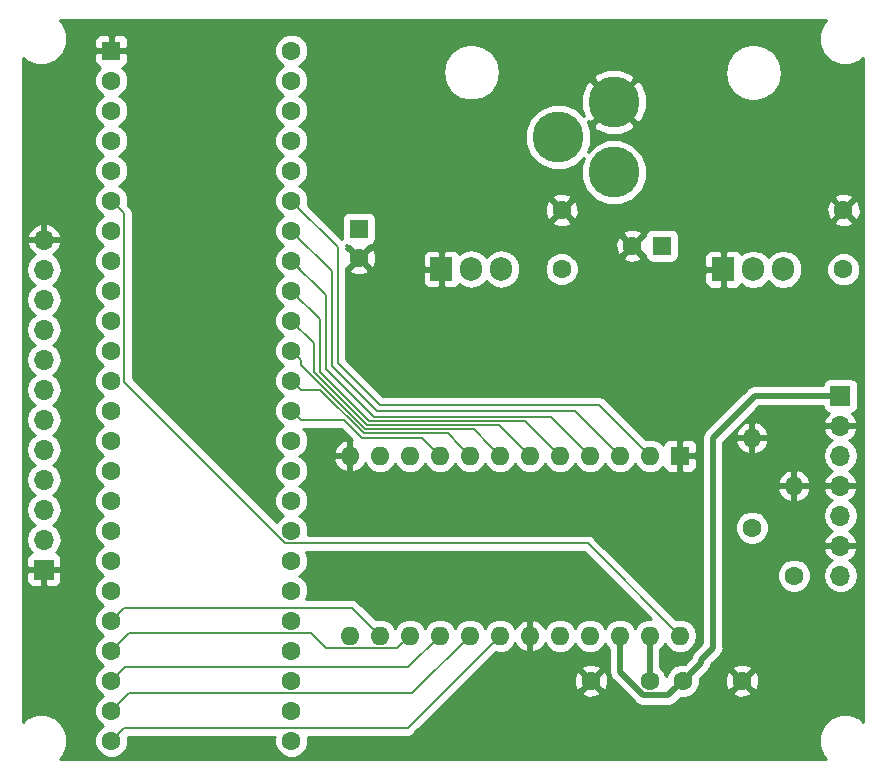
<source format=gbl>
G04 #@! TF.GenerationSoftware,KiCad,Pcbnew,(5.0.0)*
G04 #@! TF.CreationDate,2018-10-18T19:20:22-07:00*
G04 #@! TF.ProjectId,Genesynth,47656E6573796E74682E6B696361645F,v0*
G04 #@! TF.SameCoordinates,Original*
G04 #@! TF.FileFunction,Copper,L2,Bot,Signal*
G04 #@! TF.FilePolarity,Positive*
%FSLAX46Y46*%
G04 Gerber Fmt 4.6, Leading zero omitted, Abs format (unit mm)*
G04 Created by KiCad (PCBNEW (5.0.0)) date 10/18/18 19:20:22*
%MOMM*%
%LPD*%
G01*
G04 APERTURE LIST*
G04 #@! TA.AperFunction,ComponentPad*
%ADD10C,1.600000*%
G04 #@! TD*
G04 #@! TA.AperFunction,ComponentPad*
%ADD11O,1.600000X1.600000*%
G04 #@! TD*
G04 #@! TA.AperFunction,ComponentPad*
%ADD12R,1.700000X1.700000*%
G04 #@! TD*
G04 #@! TA.AperFunction,ComponentPad*
%ADD13O,1.700000X1.700000*%
G04 #@! TD*
G04 #@! TA.AperFunction,ComponentPad*
%ADD14R,1.600000X1.600000*%
G04 #@! TD*
G04 #@! TA.AperFunction,ComponentPad*
%ADD15R,1.905000X2.000000*%
G04 #@! TD*
G04 #@! TA.AperFunction,ComponentPad*
%ADD16O,1.905000X2.000000*%
G04 #@! TD*
G04 #@! TA.AperFunction,ComponentPad*
%ADD17C,4.318000*%
G04 #@! TD*
G04 #@! TA.AperFunction,Conductor*
%ADD18C,0.177800*%
G04 #@! TD*
G04 #@! TA.AperFunction,Conductor*
%ADD19C,0.508000*%
G04 #@! TD*
G04 #@! TA.AperFunction,Conductor*
%ADD20C,0.254000*%
G04 #@! TD*
G04 APERTURE END LIST*
D10*
G04 #@! TO.P,R1,1*
G04 #@! TO.N,YM_L_RAW*
X149860000Y-111760000D03*
D11*
G04 #@! TO.P,R1,2*
G04 #@! TO.N,GND*
X149860000Y-104140000D03*
G04 #@! TD*
D12*
G04 #@! TO.P,J1,1*
G04 #@! TO.N,+5VA*
X157357000Y-100584000D03*
D13*
G04 #@! TO.P,J1,2*
G04 #@! TO.N,GND*
X157357000Y-103124000D03*
G04 #@! TO.P,J1,3*
G04 #@! TO.N,YM_L_RAW*
X157357000Y-105664000D03*
G04 #@! TO.P,J1,4*
G04 #@! TO.N,GND*
X157357000Y-108204000D03*
G04 #@! TO.P,J1,5*
G04 #@! TO.N,YM_R_RAW*
X157357000Y-110744000D03*
G04 #@! TO.P,J1,6*
G04 #@! TO.N,GND*
X157357000Y-113284000D03*
G04 #@! TO.P,J1,7*
G04 #@! TO.N,N/C*
X157357000Y-115824000D03*
G04 #@! TD*
D11*
G04 #@! TO.P,R2,2*
G04 #@! TO.N,GND*
X153416000Y-108204000D03*
D10*
G04 #@! TO.P,R2,1*
G04 #@! TO.N,YM_R_RAW*
X153416000Y-115824000D03*
G04 #@! TD*
D14*
G04 #@! TO.P,U2,1*
G04 #@! TO.N,GND*
X143764000Y-105664000D03*
D11*
G04 #@! TO.P,U2,13*
G04 #@! TO.N,Net-(U2-Pad13)*
X115824000Y-120904000D03*
G04 #@! TO.P,U2,2*
G04 #@! TO.N,Data0*
X141224000Y-105664000D03*
G04 #@! TO.P,U2,14*
G04 #@! TO.N,YM_CS*
X118364000Y-120904000D03*
G04 #@! TO.P,U2,3*
G04 #@! TO.N,Data1*
X138684000Y-105664000D03*
G04 #@! TO.P,U2,15*
G04 #@! TO.N,YM_WR*
X120904000Y-120904000D03*
G04 #@! TO.P,U2,4*
G04 #@! TO.N,Data2*
X136144000Y-105664000D03*
G04 #@! TO.P,U2,16*
G04 #@! TO.N,YM_RD*
X123444000Y-120904000D03*
G04 #@! TO.P,U2,5*
G04 #@! TO.N,Data3*
X133604000Y-105664000D03*
G04 #@! TO.P,U2,17*
G04 #@! TO.N,YM_A0*
X125984000Y-120904000D03*
G04 #@! TO.P,U2,6*
G04 #@! TO.N,Data4*
X131064000Y-105664000D03*
G04 #@! TO.P,U2,18*
G04 #@! TO.N,YM_A1*
X128524000Y-120904000D03*
G04 #@! TO.P,U2,7*
G04 #@! TO.N,Data5*
X128524000Y-105664000D03*
G04 #@! TO.P,U2,19*
G04 #@! TO.N,GND*
X131064000Y-120904000D03*
G04 #@! TO.P,U2,8*
G04 #@! TO.N,Data6*
X125984000Y-105664000D03*
G04 #@! TO.P,U2,20*
G04 #@! TO.N,YM_R_RAW*
X133604000Y-120904000D03*
G04 #@! TO.P,U2,9*
G04 #@! TO.N,Data7*
X123444000Y-105664000D03*
G04 #@! TO.P,U2,21*
G04 #@! TO.N,YM_L_RAW*
X136144000Y-120904000D03*
G04 #@! TO.P,U2,10*
G04 #@! TO.N,Net-(U2-Pad10)*
X120904000Y-105664000D03*
G04 #@! TO.P,U2,22*
G04 #@! TO.N,+5VA*
X138684000Y-120904000D03*
G04 #@! TO.P,U2,11*
G04 #@! TO.N,YM_IC*
X118364000Y-105664000D03*
G04 #@! TO.P,U2,23*
G04 #@! TO.N,+5V*
X141224000Y-120904000D03*
G04 #@! TO.P,U2,12*
G04 #@! TO.N,GND*
X115824000Y-105664000D03*
G04 #@! TO.P,U2,24*
G04 #@! TO.N,YM_CLK*
X143764000Y-120904000D03*
G04 #@! TD*
D10*
G04 #@! TO.P,C1,1*
G04 #@! TO.N,+9V*
X133747583Y-89863284D03*
G04 #@! TO.P,C1,2*
G04 #@! TO.N,GND*
X133747583Y-84863284D03*
G04 #@! TD*
G04 #@! TO.P,C2,2*
G04 #@! TO.N,GND*
X157607000Y-84887000D03*
G04 #@! TO.P,C2,1*
G04 #@! TO.N,+9V*
X157607000Y-89887000D03*
G04 #@! TD*
D14*
G04 #@! TO.P,C3,1*
G04 #@! TO.N,+5V*
X116574783Y-86463284D03*
D10*
G04 #@! TO.P,C3,2*
G04 #@! TO.N,GND*
X116574783Y-88963284D03*
G04 #@! TD*
G04 #@! TO.P,C4,2*
G04 #@! TO.N,GND*
X139740000Y-87884000D03*
D14*
G04 #@! TO.P,C4,1*
G04 #@! TO.N,+5VA*
X142240000Y-87884000D03*
G04 #@! TD*
D12*
G04 #@! TO.P,J2,1*
G04 #@! TO.N,GND*
X89916000Y-115316000D03*
D13*
G04 #@! TO.P,J2,2*
G04 #@! TO.N,BUTTON_1*
X89916000Y-112776000D03*
G04 #@! TO.P,J2,3*
G04 #@! TO.N,BUTTON_2*
X89916000Y-110236000D03*
G04 #@! TO.P,J2,4*
G04 #@! TO.N,BUTTON_3*
X89916000Y-107696000D03*
G04 #@! TO.P,J2,5*
G04 #@! TO.N,BUTTON_4*
X89916000Y-105156000D03*
G04 #@! TO.P,J2,6*
G04 #@! TO.N,DISPLAY_CS*
X89916000Y-102616000D03*
G04 #@! TO.P,J2,7*
G04 #@! TO.N,DISPLAY_DC*
X89916000Y-100076000D03*
G04 #@! TO.P,J2,8*
G04 #@! TO.N,DISPLAY_RES*
X89916000Y-97536000D03*
G04 #@! TO.P,J2,9*
G04 #@! TO.N,DISPLAY_MOSI*
X89916000Y-94996000D03*
G04 #@! TO.P,J2,10*
G04 #@! TO.N,DISPLAY_CLK*
X89916000Y-92456000D03*
G04 #@! TO.P,J2,11*
G04 #@! TO.N,+5V*
X89916000Y-89916000D03*
G04 #@! TO.P,J2,12*
G04 #@! TO.N,GND*
X89916000Y-87376000D03*
G04 #@! TD*
D15*
G04 #@! TO.P,U3,1*
G04 #@! TO.N,GND*
X123571183Y-89863284D03*
D16*
G04 #@! TO.P,U3,2*
G04 #@! TO.N,+5V*
X126111183Y-89863284D03*
G04 #@! TO.P,U3,3*
G04 #@! TO.N,+9V*
X128651183Y-89863284D03*
G04 #@! TD*
G04 #@! TO.P,U4,3*
G04 #@! TO.N,+9V*
X152510600Y-89887000D03*
G04 #@! TO.P,U4,2*
G04 #@! TO.N,+5VA*
X149970600Y-89887000D03*
D15*
G04 #@! TO.P,U4,1*
G04 #@! TO.N,GND*
X147430600Y-89887000D03*
G04 #@! TD*
D10*
G04 #@! TO.P,U1,17*
G04 #@! TO.N,BUTTON_3*
X95631000Y-112014000D03*
G04 #@! TO.P,U1,18*
G04 #@! TO.N,BUTTON_2*
X95631000Y-114554000D03*
G04 #@! TO.P,U1,19*
G04 #@! TO.N,BUTTON_1*
X95631000Y-117094000D03*
G04 #@! TO.P,U1,20*
G04 #@! TO.N,YM_CS*
X95631000Y-119634000D03*
G04 #@! TO.P,U1,16*
G04 #@! TO.N,BUTTON_4*
X95631000Y-109474000D03*
G04 #@! TO.P,U1,15*
G04 #@! TO.N,Net-(U1-Pad15)*
X95631000Y-106934000D03*
G04 #@! TO.P,U1,14*
G04 #@! TO.N,Net-(U1-Pad14)*
X95631000Y-104394000D03*
G04 #@! TO.P,U1,21*
G04 #@! TO.N,YM_WR*
X95631000Y-122174000D03*
G04 #@! TO.P,U1,22*
G04 #@! TO.N,YM_RD*
X95631000Y-124714000D03*
G04 #@! TO.P,U1,23*
G04 #@! TO.N,YM_A0*
X95631000Y-127254000D03*
G04 #@! TO.P,U1,24*
G04 #@! TO.N,YM_A1*
X95631000Y-129794000D03*
G04 #@! TO.P,U1,30*
G04 #@! TO.N,YM_IC*
X110871000Y-129794000D03*
G04 #@! TO.P,U1,31*
G04 #@! TO.N,Net-(U1-Pad31)*
X110871000Y-127254000D03*
G04 #@! TO.P,U1,32*
G04 #@! TO.N,Net-(U1-Pad32)*
X110871000Y-124714000D03*
G04 #@! TO.P,U1,33*
G04 #@! TO.N,Net-(U1-Pad33)*
X110871000Y-122174000D03*
G04 #@! TO.P,U1,34*
G04 #@! TO.N,Net-(U1-Pad34)*
X110871000Y-119634000D03*
G04 #@! TO.P,U1,35*
G04 #@! TO.N,Net-(U1-Pad35)*
X110871000Y-117094000D03*
G04 #@! TO.P,U1,36*
G04 #@! TO.N,Net-(U1-Pad36)*
X110871000Y-114554000D03*
G04 #@! TO.P,U1,37*
G04 #@! TO.N,Net-(U1-Pad37)*
X110871000Y-112014000D03*
G04 #@! TO.P,U1,13*
G04 #@! TO.N,DISPLAY_MOSI*
X95631000Y-101854000D03*
G04 #@! TO.P,U1,12*
G04 #@! TO.N,DISPLAY_CS*
X95631000Y-99314000D03*
G04 #@! TO.P,U1,11*
G04 #@! TO.N,DISPLAY_DC*
X95631000Y-96774000D03*
G04 #@! TO.P,U1,10*
G04 #@! TO.N,DISPLAY_RES*
X95631000Y-94234000D03*
G04 #@! TO.P,U1,9*
G04 #@! TO.N,Net-(U1-Pad9)*
X95631000Y-91694000D03*
G04 #@! TO.P,U1,8*
G04 #@! TO.N,Net-(U1-Pad8)*
X95631000Y-89154000D03*
G04 #@! TO.P,U1,7*
G04 #@! TO.N,Net-(U1-Pad7)*
X95631000Y-86614000D03*
G04 #@! TO.P,U1,6*
G04 #@! TO.N,YM_CLK*
X95631000Y-84074000D03*
G04 #@! TO.P,U1,5*
G04 #@! TO.N,Net-(U1-Pad5)*
X95631000Y-81534000D03*
G04 #@! TO.P,U1,4*
G04 #@! TO.N,Net-(U1-Pad4)*
X95631000Y-78994000D03*
G04 #@! TO.P,U1,3*
G04 #@! TO.N,Net-(U1-Pad3)*
X95631000Y-76454000D03*
G04 #@! TO.P,U1,2*
G04 #@! TO.N,Net-(U1-Pad2)*
X95631000Y-73914000D03*
D14*
G04 #@! TO.P,U1,1*
G04 #@! TO.N,GND*
X95631000Y-71374000D03*
D10*
G04 #@! TO.P,U1,38*
G04 #@! TO.N,Net-(U1-Pad38)*
X110871000Y-109474000D03*
G04 #@! TO.P,U1,39*
G04 #@! TO.N,Net-(U1-Pad39)*
X110871000Y-106934000D03*
G04 #@! TO.P,U1,40*
G04 #@! TO.N,DISPLAY_CLK*
X110871000Y-104394000D03*
G04 #@! TO.P,U1,41*
G04 #@! TO.N,Data7*
X110871000Y-101854000D03*
G04 #@! TO.P,U1,42*
G04 #@! TO.N,Data6*
X110871000Y-99314000D03*
G04 #@! TO.P,U1,43*
G04 #@! TO.N,Data5*
X110871000Y-96774000D03*
G04 #@! TO.P,U1,44*
G04 #@! TO.N,Data4*
X110871000Y-94234000D03*
G04 #@! TO.P,U1,45*
G04 #@! TO.N,Data3*
X110871000Y-91694000D03*
G04 #@! TO.P,U1,46*
G04 #@! TO.N,Data2*
X110871000Y-89154000D03*
G04 #@! TO.P,U1,47*
G04 #@! TO.N,Data1*
X110871000Y-86614000D03*
G04 #@! TO.P,U1,48*
G04 #@! TO.N,Data0*
X110871000Y-84074000D03*
G04 #@! TO.P,U1,49*
G04 #@! TO.N,Net-(U1-Pad49)*
X110871000Y-81534000D03*
G04 #@! TO.P,U1,50*
G04 #@! TO.N,Net-(U1-Pad50)*
X110871000Y-78994000D03*
G04 #@! TO.P,U1,51*
G04 #@! TO.N,Net-(U1-Pad51)*
X110871000Y-76454000D03*
G04 #@! TO.P,U1,52*
G04 #@! TO.N,Net-(U1-Pad52)*
X110871000Y-73914000D03*
G04 #@! TO.P,U1,53*
G04 #@! TO.N,+5V*
X110871000Y-71374000D03*
G04 #@! TD*
D17*
G04 #@! TO.P,J3,GND*
G04 #@! TO.N,GND*
X138176000Y-75692000D03*
G04 #@! TO.P,J3,GNDB*
G04 #@! TO.N,Net-(J3-PadGNDB)*
X133477000Y-78691740D03*
G04 #@! TO.P,J3,PWR*
G04 #@! TO.N,+9V*
X138176000Y-81691480D03*
G04 #@! TD*
D10*
G04 #@! TO.P,C5,2*
G04 #@! TO.N,GND*
X136224000Y-124714000D03*
G04 #@! TO.P,C5,1*
G04 #@! TO.N,+5V*
X141224000Y-124714000D03*
G04 #@! TD*
G04 #@! TO.P,C6,1*
G04 #@! TO.N,+5VA*
X144018000Y-124714000D03*
G04 #@! TO.P,C6,2*
G04 #@! TO.N,GND*
X149018000Y-124714000D03*
G04 #@! TD*
D18*
G04 #@! TO.N,YM_CS*
X95631000Y-119634000D02*
X96697701Y-118567299D01*
X116027299Y-118567299D02*
X118364000Y-120904000D01*
X96697701Y-118567299D02*
X116027299Y-118567299D01*
G04 #@! TO.N,YM_WR*
X95631000Y-122174000D02*
X97104299Y-120700701D01*
X97104299Y-120700701D02*
X112517983Y-120700701D01*
X112517983Y-120700701D02*
X113787983Y-121970701D01*
X119837299Y-121970701D02*
X120904000Y-120904000D01*
X113787983Y-121970701D02*
X119837299Y-121970701D01*
G04 #@! TO.N,YM_RD*
X96430999Y-123914001D02*
X95631000Y-124714000D01*
X120777000Y-123571000D02*
X123444000Y-120904000D01*
X96774000Y-123571000D02*
X120777000Y-123571000D01*
X96901000Y-123444000D02*
X96774000Y-123571000D01*
X96774000Y-123571000D02*
X96430999Y-123914001D01*
G04 #@! TO.N,YM_A0*
X121107299Y-125780701D02*
X125984000Y-120904000D01*
X97104299Y-125780701D02*
X121107299Y-125780701D01*
X95631000Y-127254000D02*
X97104299Y-125780701D01*
G04 #@! TO.N,YM_A1*
X95631000Y-129794000D02*
X96697701Y-128727299D01*
X120700701Y-128727299D02*
X128524000Y-120904000D01*
X96697701Y-128727299D02*
X120700701Y-128727299D01*
G04 #@! TO.N,Data0*
X114808000Y-88011000D02*
X110871000Y-84074000D01*
X114808000Y-88011000D02*
X114808000Y-97790000D01*
X114808000Y-97790000D02*
X118364000Y-101346000D01*
X118364000Y-101346000D02*
X136906000Y-101346000D01*
X136906000Y-101346000D02*
X141224000Y-105664000D01*
G04 #@! TO.N,Data1*
X110871000Y-86614000D02*
X114300000Y-90043000D01*
X114300000Y-90043000D02*
X114300000Y-98044000D01*
X114300000Y-98044000D02*
X118110000Y-101854000D01*
X134874000Y-101854000D02*
X138684000Y-105664000D01*
X118110000Y-101854000D02*
X134874000Y-101854000D01*
G04 #@! TO.N,Data2*
X111670999Y-89953999D02*
X110871000Y-89154000D01*
X135636000Y-105156000D02*
X136144000Y-105664000D01*
X117855950Y-102361950D02*
X132841950Y-102361950D01*
X132841950Y-102361950D02*
X135636000Y-105156000D01*
X113792000Y-98298000D02*
X117855950Y-102361950D01*
X113792000Y-92075000D02*
X113792000Y-98298000D01*
X110871000Y-89154000D02*
X113792000Y-92075000D01*
G04 #@! TO.N,Data3*
X130657560Y-102717560D02*
X133604000Y-105664000D01*
X117449560Y-102717560D02*
X130657560Y-102717560D01*
X113284000Y-98552000D02*
X117449560Y-102717560D01*
X113284000Y-94107000D02*
X113284000Y-98552000D01*
X110871000Y-91694000D02*
X113284000Y-94107000D01*
G04 #@! TO.N,Data4*
X110871000Y-94234000D02*
X112776000Y-96139000D01*
X112776000Y-96139000D02*
X112776000Y-98552000D01*
X112776000Y-98552000D02*
X117297170Y-103073170D01*
X128473170Y-103073170D02*
X131064000Y-105664000D01*
X117297170Y-103073170D02*
X128473170Y-103073170D01*
G04 #@! TO.N,Data5*
X110871000Y-96774000D02*
X111670999Y-97573999D01*
X111670999Y-97573999D02*
X111670999Y-97960091D01*
X127724001Y-104864001D02*
X128524000Y-105664000D01*
X126288780Y-103428780D02*
X127724001Y-104864001D01*
X117139688Y-103428780D02*
X126288780Y-103428780D01*
X111670999Y-97960091D02*
X117139688Y-103428780D01*
G04 #@! TO.N,Data6*
X110871000Y-99314000D02*
X111670999Y-100113999D01*
X124104390Y-103784390D02*
X125184001Y-104864001D01*
X125184001Y-104864001D02*
X125984000Y-105664000D01*
X116992390Y-103784390D02*
X124104390Y-103784390D01*
X113321999Y-100113999D02*
X116992390Y-103784390D01*
X111670999Y-100113999D02*
X113321999Y-100113999D01*
G04 #@! TO.N,Data7*
X121920000Y-104140000D02*
X123444000Y-105664000D01*
X116840000Y-104140000D02*
X121920000Y-104140000D01*
X115353999Y-102653999D02*
X116840000Y-104140000D01*
X111670999Y-102653999D02*
X115353999Y-102653999D01*
X110871000Y-101854000D02*
X111670999Y-102653999D01*
D19*
G04 #@! TO.N,+5V*
X141224000Y-120904000D02*
X141224000Y-124714000D01*
G04 #@! TO.N,+5VA*
X150114000Y-100584000D02*
X146558000Y-104140000D01*
X146558000Y-121920000D02*
X145542000Y-122936000D01*
X146558000Y-104140000D02*
X146558000Y-121920000D01*
X157357000Y-100584000D02*
X150114000Y-100584000D01*
X142786199Y-125945801D02*
X143218001Y-125513999D01*
X140632735Y-125945801D02*
X142786199Y-125945801D01*
X143218001Y-125513999D02*
X144018000Y-124714000D01*
X138684000Y-123997066D02*
X140632735Y-125945801D01*
X138684000Y-120904000D02*
X138684000Y-123997066D01*
X145542000Y-123190000D02*
X144018000Y-124714000D01*
X145542000Y-122936000D02*
X145542000Y-123190000D01*
D18*
G04 #@! TO.N,YM_CLK*
X110358983Y-113080701D02*
X135940701Y-113080701D01*
X135940701Y-113080701D02*
X143764000Y-120904000D01*
X96697701Y-99419419D02*
X110358983Y-113080701D01*
X96697701Y-85140701D02*
X96697701Y-99419419D01*
X95631000Y-84074000D02*
X96697701Y-85140701D01*
G04 #@! TD*
D20*
G04 #@! TO.N,GND*
G36*
X155839259Y-69091974D02*
X155499000Y-69913431D01*
X155499000Y-70802569D01*
X155839259Y-71624026D01*
X156467974Y-72252741D01*
X157289431Y-72593000D01*
X158178569Y-72593000D01*
X159000026Y-72252741D01*
X159285000Y-71967767D01*
X159285001Y-128184234D01*
X159000026Y-127899259D01*
X158178569Y-127559000D01*
X157289431Y-127559000D01*
X156467974Y-127899259D01*
X155839259Y-128527974D01*
X155499000Y-129349431D01*
X155499000Y-130238569D01*
X155839259Y-131060026D01*
X156124233Y-131345000D01*
X91271767Y-131345000D01*
X91556741Y-131060026D01*
X91897000Y-130238569D01*
X91897000Y-129349431D01*
X91556741Y-128527974D01*
X90928026Y-127899259D01*
X90106569Y-127559000D01*
X89217431Y-127559000D01*
X88395974Y-127899259D01*
X88111000Y-128184233D01*
X88111000Y-115601750D01*
X88431000Y-115601750D01*
X88431000Y-116292310D01*
X88527673Y-116525699D01*
X88706302Y-116704327D01*
X88939691Y-116801000D01*
X89630250Y-116801000D01*
X89789000Y-116642250D01*
X89789000Y-115443000D01*
X90043000Y-115443000D01*
X90043000Y-116642250D01*
X90201750Y-116801000D01*
X90892309Y-116801000D01*
X91125698Y-116704327D01*
X91304327Y-116525699D01*
X91401000Y-116292310D01*
X91401000Y-115601750D01*
X91242250Y-115443000D01*
X90043000Y-115443000D01*
X89789000Y-115443000D01*
X88589750Y-115443000D01*
X88431000Y-115601750D01*
X88111000Y-115601750D01*
X88111000Y-89916000D01*
X88401908Y-89916000D01*
X88517161Y-90495418D01*
X88845375Y-90986625D01*
X89143761Y-91186000D01*
X88845375Y-91385375D01*
X88517161Y-91876582D01*
X88401908Y-92456000D01*
X88517161Y-93035418D01*
X88845375Y-93526625D01*
X89143761Y-93726000D01*
X88845375Y-93925375D01*
X88517161Y-94416582D01*
X88401908Y-94996000D01*
X88517161Y-95575418D01*
X88845375Y-96066625D01*
X89143761Y-96266000D01*
X88845375Y-96465375D01*
X88517161Y-96956582D01*
X88401908Y-97536000D01*
X88517161Y-98115418D01*
X88845375Y-98606625D01*
X89143761Y-98806000D01*
X88845375Y-99005375D01*
X88517161Y-99496582D01*
X88401908Y-100076000D01*
X88517161Y-100655418D01*
X88845375Y-101146625D01*
X89143761Y-101346000D01*
X88845375Y-101545375D01*
X88517161Y-102036582D01*
X88401908Y-102616000D01*
X88517161Y-103195418D01*
X88845375Y-103686625D01*
X89143761Y-103886000D01*
X88845375Y-104085375D01*
X88517161Y-104576582D01*
X88401908Y-105156000D01*
X88517161Y-105735418D01*
X88845375Y-106226625D01*
X89143761Y-106426000D01*
X88845375Y-106625375D01*
X88517161Y-107116582D01*
X88401908Y-107696000D01*
X88517161Y-108275418D01*
X88845375Y-108766625D01*
X89143761Y-108966000D01*
X88845375Y-109165375D01*
X88517161Y-109656582D01*
X88401908Y-110236000D01*
X88517161Y-110815418D01*
X88845375Y-111306625D01*
X89143761Y-111506000D01*
X88845375Y-111705375D01*
X88517161Y-112196582D01*
X88401908Y-112776000D01*
X88517161Y-113355418D01*
X88845375Y-113846625D01*
X88867033Y-113861096D01*
X88706302Y-113927673D01*
X88527673Y-114106301D01*
X88431000Y-114339690D01*
X88431000Y-115030250D01*
X88589750Y-115189000D01*
X89789000Y-115189000D01*
X89789000Y-115169000D01*
X90043000Y-115169000D01*
X90043000Y-115189000D01*
X91242250Y-115189000D01*
X91401000Y-115030250D01*
X91401000Y-114339690D01*
X91304327Y-114106301D01*
X91125698Y-113927673D01*
X90964967Y-113861096D01*
X90986625Y-113846625D01*
X91314839Y-113355418D01*
X91430092Y-112776000D01*
X91314839Y-112196582D01*
X90986625Y-111705375D01*
X90688239Y-111506000D01*
X90986625Y-111306625D01*
X91314839Y-110815418D01*
X91430092Y-110236000D01*
X91314839Y-109656582D01*
X90986625Y-109165375D01*
X90688239Y-108966000D01*
X90986625Y-108766625D01*
X91314839Y-108275418D01*
X91430092Y-107696000D01*
X91314839Y-107116582D01*
X90986625Y-106625375D01*
X90688239Y-106426000D01*
X90986625Y-106226625D01*
X91314839Y-105735418D01*
X91430092Y-105156000D01*
X91314839Y-104576582D01*
X90986625Y-104085375D01*
X90688239Y-103886000D01*
X90986625Y-103686625D01*
X91314839Y-103195418D01*
X91430092Y-102616000D01*
X91314839Y-102036582D01*
X90986625Y-101545375D01*
X90688239Y-101346000D01*
X90986625Y-101146625D01*
X91314839Y-100655418D01*
X91430092Y-100076000D01*
X91314839Y-99496582D01*
X90986625Y-99005375D01*
X90688239Y-98806000D01*
X90986625Y-98606625D01*
X91314839Y-98115418D01*
X91430092Y-97536000D01*
X91314839Y-96956582D01*
X90986625Y-96465375D01*
X90688239Y-96266000D01*
X90986625Y-96066625D01*
X91314839Y-95575418D01*
X91430092Y-94996000D01*
X91314839Y-94416582D01*
X90986625Y-93925375D01*
X90688239Y-93726000D01*
X90986625Y-93526625D01*
X91314839Y-93035418D01*
X91430092Y-92456000D01*
X91314839Y-91876582D01*
X90986625Y-91385375D01*
X90688239Y-91186000D01*
X90986625Y-90986625D01*
X91314839Y-90495418D01*
X91430092Y-89916000D01*
X91314839Y-89336582D01*
X90986625Y-88845375D01*
X90667522Y-88632157D01*
X90797358Y-88571183D01*
X91187645Y-88142924D01*
X91357476Y-87732890D01*
X91236155Y-87503000D01*
X90043000Y-87503000D01*
X90043000Y-87523000D01*
X89789000Y-87523000D01*
X89789000Y-87503000D01*
X88595845Y-87503000D01*
X88474524Y-87732890D01*
X88644355Y-88142924D01*
X89034642Y-88571183D01*
X89164478Y-88632157D01*
X88845375Y-88845375D01*
X88517161Y-89336582D01*
X88401908Y-89916000D01*
X88111000Y-89916000D01*
X88111000Y-87019110D01*
X88474524Y-87019110D01*
X88595845Y-87249000D01*
X89789000Y-87249000D01*
X89789000Y-86055181D01*
X90043000Y-86055181D01*
X90043000Y-87249000D01*
X91236155Y-87249000D01*
X91357476Y-87019110D01*
X91187645Y-86609076D01*
X90797358Y-86180817D01*
X90272892Y-85934514D01*
X90043000Y-86055181D01*
X89789000Y-86055181D01*
X89559108Y-85934514D01*
X89034642Y-86180817D01*
X88644355Y-86609076D01*
X88474524Y-87019110D01*
X88111000Y-87019110D01*
X88111000Y-71967767D01*
X88395974Y-72252741D01*
X89217431Y-72593000D01*
X90106569Y-72593000D01*
X90928026Y-72252741D01*
X91521017Y-71659750D01*
X94196000Y-71659750D01*
X94196000Y-72300309D01*
X94292673Y-72533698D01*
X94471301Y-72712327D01*
X94704690Y-72809000D01*
X94706604Y-72809000D01*
X94414466Y-73101138D01*
X94196000Y-73628561D01*
X94196000Y-74199439D01*
X94414466Y-74726862D01*
X94818138Y-75130534D01*
X94947216Y-75184000D01*
X94818138Y-75237466D01*
X94414466Y-75641138D01*
X94196000Y-76168561D01*
X94196000Y-76739439D01*
X94414466Y-77266862D01*
X94818138Y-77670534D01*
X94947216Y-77724000D01*
X94818138Y-77777466D01*
X94414466Y-78181138D01*
X94196000Y-78708561D01*
X94196000Y-79279439D01*
X94414466Y-79806862D01*
X94818138Y-80210534D01*
X94947216Y-80264000D01*
X94818138Y-80317466D01*
X94414466Y-80721138D01*
X94196000Y-81248561D01*
X94196000Y-81819439D01*
X94414466Y-82346862D01*
X94818138Y-82750534D01*
X94947216Y-82804000D01*
X94818138Y-82857466D01*
X94414466Y-83261138D01*
X94196000Y-83788561D01*
X94196000Y-84359439D01*
X94414466Y-84886862D01*
X94818138Y-85290534D01*
X94947216Y-85344000D01*
X94818138Y-85397466D01*
X94414466Y-85801138D01*
X94196000Y-86328561D01*
X94196000Y-86899439D01*
X94414466Y-87426862D01*
X94818138Y-87830534D01*
X94947216Y-87884000D01*
X94818138Y-87937466D01*
X94414466Y-88341138D01*
X94196000Y-88868561D01*
X94196000Y-89439439D01*
X94414466Y-89966862D01*
X94818138Y-90370534D01*
X94947216Y-90424000D01*
X94818138Y-90477466D01*
X94414466Y-90881138D01*
X94196000Y-91408561D01*
X94196000Y-91979439D01*
X94414466Y-92506862D01*
X94818138Y-92910534D01*
X94947216Y-92964000D01*
X94818138Y-93017466D01*
X94414466Y-93421138D01*
X94196000Y-93948561D01*
X94196000Y-94519439D01*
X94414466Y-95046862D01*
X94818138Y-95450534D01*
X94947216Y-95504000D01*
X94818138Y-95557466D01*
X94414466Y-95961138D01*
X94196000Y-96488561D01*
X94196000Y-97059439D01*
X94414466Y-97586862D01*
X94818138Y-97990534D01*
X94947216Y-98044000D01*
X94818138Y-98097466D01*
X94414466Y-98501138D01*
X94196000Y-99028561D01*
X94196000Y-99599439D01*
X94414466Y-100126862D01*
X94818138Y-100530534D01*
X94947216Y-100584000D01*
X94818138Y-100637466D01*
X94414466Y-101041138D01*
X94196000Y-101568561D01*
X94196000Y-102139439D01*
X94414466Y-102666862D01*
X94818138Y-103070534D01*
X94947216Y-103124000D01*
X94818138Y-103177466D01*
X94414466Y-103581138D01*
X94196000Y-104108561D01*
X94196000Y-104679439D01*
X94414466Y-105206862D01*
X94818138Y-105610534D01*
X94947216Y-105664000D01*
X94818138Y-105717466D01*
X94414466Y-106121138D01*
X94196000Y-106648561D01*
X94196000Y-107219439D01*
X94414466Y-107746862D01*
X94818138Y-108150534D01*
X94947216Y-108204000D01*
X94818138Y-108257466D01*
X94414466Y-108661138D01*
X94196000Y-109188561D01*
X94196000Y-109759439D01*
X94414466Y-110286862D01*
X94818138Y-110690534D01*
X94947216Y-110744000D01*
X94818138Y-110797466D01*
X94414466Y-111201138D01*
X94196000Y-111728561D01*
X94196000Y-112299439D01*
X94414466Y-112826862D01*
X94818138Y-113230534D01*
X94947216Y-113284000D01*
X94818138Y-113337466D01*
X94414466Y-113741138D01*
X94196000Y-114268561D01*
X94196000Y-114839439D01*
X94414466Y-115366862D01*
X94818138Y-115770534D01*
X94947216Y-115824000D01*
X94818138Y-115877466D01*
X94414466Y-116281138D01*
X94196000Y-116808561D01*
X94196000Y-117379439D01*
X94414466Y-117906862D01*
X94818138Y-118310534D01*
X94947216Y-118364000D01*
X94818138Y-118417466D01*
X94414466Y-118821138D01*
X94196000Y-119348561D01*
X94196000Y-119919439D01*
X94414466Y-120446862D01*
X94818138Y-120850534D01*
X94947216Y-120904000D01*
X94818138Y-120957466D01*
X94414466Y-121361138D01*
X94196000Y-121888561D01*
X94196000Y-122459439D01*
X94414466Y-122986862D01*
X94818138Y-123390534D01*
X94947216Y-123444000D01*
X94818138Y-123497466D01*
X94414466Y-123901138D01*
X94196000Y-124428561D01*
X94196000Y-124999439D01*
X94414466Y-125526862D01*
X94818138Y-125930534D01*
X94947216Y-125984000D01*
X94818138Y-126037466D01*
X94414466Y-126441138D01*
X94196000Y-126968561D01*
X94196000Y-127539439D01*
X94414466Y-128066862D01*
X94818138Y-128470534D01*
X94947216Y-128524000D01*
X94818138Y-128577466D01*
X94414466Y-128981138D01*
X94196000Y-129508561D01*
X94196000Y-130079439D01*
X94414466Y-130606862D01*
X94818138Y-131010534D01*
X95345561Y-131229000D01*
X95916439Y-131229000D01*
X96443862Y-131010534D01*
X96847534Y-130606862D01*
X97066000Y-130079439D01*
X97066000Y-129508561D01*
X97042240Y-129451199D01*
X109459760Y-129451199D01*
X109436000Y-129508561D01*
X109436000Y-130079439D01*
X109654466Y-130606862D01*
X110058138Y-131010534D01*
X110585561Y-131229000D01*
X111156439Y-131229000D01*
X111683862Y-131010534D01*
X112087534Y-130606862D01*
X112306000Y-130079439D01*
X112306000Y-129508561D01*
X112282240Y-129451199D01*
X120629403Y-129451199D01*
X120700701Y-129465381D01*
X120771999Y-129451199D01*
X120983153Y-129409198D01*
X121222604Y-129249202D01*
X121262994Y-129188754D01*
X124730003Y-125721745D01*
X135395861Y-125721745D01*
X135469995Y-125967864D01*
X136007223Y-126160965D01*
X136577454Y-126133778D01*
X136978005Y-125967864D01*
X137052139Y-125721745D01*
X136224000Y-124893605D01*
X135395861Y-125721745D01*
X124730003Y-125721745D01*
X125954525Y-124497223D01*
X134777035Y-124497223D01*
X134804222Y-125067454D01*
X134970136Y-125468005D01*
X135216255Y-125542139D01*
X136044395Y-124714000D01*
X136403605Y-124714000D01*
X137231745Y-125542139D01*
X137477864Y-125468005D01*
X137670965Y-124930777D01*
X137643778Y-124360546D01*
X137477864Y-123959995D01*
X137231745Y-123885861D01*
X136403605Y-124714000D01*
X136044395Y-124714000D01*
X135216255Y-123885861D01*
X134970136Y-123959995D01*
X134777035Y-124497223D01*
X125954525Y-124497223D01*
X126745493Y-123706255D01*
X135395861Y-123706255D01*
X136224000Y-124534395D01*
X137052139Y-123706255D01*
X136978005Y-123460136D01*
X136440777Y-123267035D01*
X135870546Y-123294222D01*
X135469995Y-123460136D01*
X135395861Y-123706255D01*
X126745493Y-123706255D01*
X128157531Y-122294218D01*
X128382667Y-122339000D01*
X128665333Y-122339000D01*
X129083909Y-122255740D01*
X129558577Y-121938577D01*
X129814947Y-121554892D01*
X129911611Y-121759134D01*
X130326577Y-122135041D01*
X130714961Y-122295904D01*
X130937000Y-122173915D01*
X130937000Y-121031000D01*
X130917000Y-121031000D01*
X130917000Y-120777000D01*
X130937000Y-120777000D01*
X130937000Y-119634085D01*
X130714961Y-119512096D01*
X130326577Y-119672959D01*
X129911611Y-120048866D01*
X129814947Y-120253108D01*
X129558577Y-119869423D01*
X129083909Y-119552260D01*
X128665333Y-119469000D01*
X128382667Y-119469000D01*
X127964091Y-119552260D01*
X127489423Y-119869423D01*
X127254000Y-120221758D01*
X127018577Y-119869423D01*
X126543909Y-119552260D01*
X126125333Y-119469000D01*
X125842667Y-119469000D01*
X125424091Y-119552260D01*
X124949423Y-119869423D01*
X124714000Y-120221758D01*
X124478577Y-119869423D01*
X124003909Y-119552260D01*
X123585333Y-119469000D01*
X123302667Y-119469000D01*
X122884091Y-119552260D01*
X122409423Y-119869423D01*
X122174000Y-120221758D01*
X121938577Y-119869423D01*
X121463909Y-119552260D01*
X121045333Y-119469000D01*
X120762667Y-119469000D01*
X120344091Y-119552260D01*
X119869423Y-119869423D01*
X119634000Y-120221758D01*
X119398577Y-119869423D01*
X118923909Y-119552260D01*
X118505333Y-119469000D01*
X118222667Y-119469000D01*
X117997531Y-119513782D01*
X116589592Y-118105844D01*
X116549202Y-118045396D01*
X116309751Y-117885400D01*
X116098597Y-117843399D01*
X116027299Y-117829217D01*
X115956001Y-117843399D01*
X112113821Y-117843399D01*
X112306000Y-117379439D01*
X112306000Y-116808561D01*
X112087534Y-116281138D01*
X111683862Y-115877466D01*
X111554784Y-115824000D01*
X111683862Y-115770534D01*
X112087534Y-115366862D01*
X112306000Y-114839439D01*
X112306000Y-114268561D01*
X112113821Y-113804601D01*
X135640853Y-113804601D01*
X141305251Y-119469000D01*
X141082667Y-119469000D01*
X140664091Y-119552260D01*
X140189423Y-119869423D01*
X139954000Y-120221758D01*
X139718577Y-119869423D01*
X139243909Y-119552260D01*
X138825333Y-119469000D01*
X138542667Y-119469000D01*
X138124091Y-119552260D01*
X137649423Y-119869423D01*
X137414000Y-120221758D01*
X137178577Y-119869423D01*
X136703909Y-119552260D01*
X136285333Y-119469000D01*
X136002667Y-119469000D01*
X135584091Y-119552260D01*
X135109423Y-119869423D01*
X134874000Y-120221758D01*
X134638577Y-119869423D01*
X134163909Y-119552260D01*
X133745333Y-119469000D01*
X133462667Y-119469000D01*
X133044091Y-119552260D01*
X132569423Y-119869423D01*
X132313053Y-120253108D01*
X132216389Y-120048866D01*
X131801423Y-119672959D01*
X131413039Y-119512096D01*
X131191000Y-119634085D01*
X131191000Y-120777000D01*
X131211000Y-120777000D01*
X131211000Y-121031000D01*
X131191000Y-121031000D01*
X131191000Y-122173915D01*
X131413039Y-122295904D01*
X131801423Y-122135041D01*
X132216389Y-121759134D01*
X132313053Y-121554892D01*
X132569423Y-121938577D01*
X133044091Y-122255740D01*
X133462667Y-122339000D01*
X133745333Y-122339000D01*
X134163909Y-122255740D01*
X134638577Y-121938577D01*
X134874000Y-121586242D01*
X135109423Y-121938577D01*
X135584091Y-122255740D01*
X136002667Y-122339000D01*
X136285333Y-122339000D01*
X136703909Y-122255740D01*
X137178577Y-121938577D01*
X137414000Y-121586242D01*
X137649423Y-121938577D01*
X137795000Y-122035849D01*
X137795001Y-123909507D01*
X137777584Y-123997066D01*
X137836828Y-124294900D01*
X137846582Y-124343936D01*
X138043068Y-124637999D01*
X138117294Y-124687595D01*
X139942206Y-126512508D01*
X139991802Y-126586734D01*
X140285865Y-126783220D01*
X140545179Y-126834801D01*
X140545183Y-126834801D01*
X140632734Y-126852216D01*
X140720285Y-126834801D01*
X142698644Y-126834801D01*
X142786199Y-126852217D01*
X142873754Y-126834801D01*
X142873755Y-126834801D01*
X143133069Y-126783220D01*
X143427132Y-126586734D01*
X143476730Y-126512505D01*
X143840235Y-126149000D01*
X144303439Y-126149000D01*
X144830862Y-125930534D01*
X145039651Y-125721745D01*
X148189861Y-125721745D01*
X148263995Y-125967864D01*
X148801223Y-126160965D01*
X149371454Y-126133778D01*
X149772005Y-125967864D01*
X149846139Y-125721745D01*
X149018000Y-124893605D01*
X148189861Y-125721745D01*
X145039651Y-125721745D01*
X145234534Y-125526862D01*
X145453000Y-124999439D01*
X145453000Y-124536236D01*
X145492013Y-124497223D01*
X147571035Y-124497223D01*
X147598222Y-125067454D01*
X147764136Y-125468005D01*
X148010255Y-125542139D01*
X148838395Y-124714000D01*
X149197605Y-124714000D01*
X150025745Y-125542139D01*
X150271864Y-125468005D01*
X150464965Y-124930777D01*
X150437778Y-124360546D01*
X150271864Y-123959995D01*
X150025745Y-123885861D01*
X149197605Y-124714000D01*
X148838395Y-124714000D01*
X148010255Y-123885861D01*
X147764136Y-123959995D01*
X147571035Y-124497223D01*
X145492013Y-124497223D01*
X146108707Y-123880529D01*
X146182933Y-123830933D01*
X146266239Y-123706255D01*
X148189861Y-123706255D01*
X149018000Y-124534395D01*
X149846139Y-123706255D01*
X149772005Y-123460136D01*
X149234777Y-123267035D01*
X148664546Y-123294222D01*
X148263995Y-123460136D01*
X148189861Y-123706255D01*
X146266239Y-123706255D01*
X146379419Y-123536870D01*
X146424375Y-123310860D01*
X147124706Y-122610529D01*
X147198933Y-122560933D01*
X147395419Y-122266870D01*
X147447000Y-122007556D01*
X147447000Y-122007555D01*
X147464416Y-121920000D01*
X147447000Y-121832445D01*
X147447000Y-115538561D01*
X151981000Y-115538561D01*
X151981000Y-116109439D01*
X152199466Y-116636862D01*
X152603138Y-117040534D01*
X153130561Y-117259000D01*
X153701439Y-117259000D01*
X154228862Y-117040534D01*
X154632534Y-116636862D01*
X154851000Y-116109439D01*
X154851000Y-115824000D01*
X155842908Y-115824000D01*
X155958161Y-116403418D01*
X156286375Y-116894625D01*
X156777582Y-117222839D01*
X157210744Y-117309000D01*
X157503256Y-117309000D01*
X157936418Y-117222839D01*
X158427625Y-116894625D01*
X158755839Y-116403418D01*
X158871092Y-115824000D01*
X158755839Y-115244582D01*
X158427625Y-114753375D01*
X158108522Y-114540157D01*
X158238358Y-114479183D01*
X158628645Y-114050924D01*
X158798476Y-113640890D01*
X158677155Y-113411000D01*
X157484000Y-113411000D01*
X157484000Y-113431000D01*
X157230000Y-113431000D01*
X157230000Y-113411000D01*
X156036845Y-113411000D01*
X155915524Y-113640890D01*
X156085355Y-114050924D01*
X156475642Y-114479183D01*
X156605478Y-114540157D01*
X156286375Y-114753375D01*
X155958161Y-115244582D01*
X155842908Y-115824000D01*
X154851000Y-115824000D01*
X154851000Y-115538561D01*
X154632534Y-115011138D01*
X154228862Y-114607466D01*
X153701439Y-114389000D01*
X153130561Y-114389000D01*
X152603138Y-114607466D01*
X152199466Y-115011138D01*
X151981000Y-115538561D01*
X147447000Y-115538561D01*
X147447000Y-111474561D01*
X148425000Y-111474561D01*
X148425000Y-112045439D01*
X148643466Y-112572862D01*
X149047138Y-112976534D01*
X149574561Y-113195000D01*
X150145439Y-113195000D01*
X150672862Y-112976534D01*
X151076534Y-112572862D01*
X151295000Y-112045439D01*
X151295000Y-111474561D01*
X151076534Y-110947138D01*
X150873396Y-110744000D01*
X155842908Y-110744000D01*
X155958161Y-111323418D01*
X156286375Y-111814625D01*
X156605478Y-112027843D01*
X156475642Y-112088817D01*
X156085355Y-112517076D01*
X155915524Y-112927110D01*
X156036845Y-113157000D01*
X157230000Y-113157000D01*
X157230000Y-113137000D01*
X157484000Y-113137000D01*
X157484000Y-113157000D01*
X158677155Y-113157000D01*
X158798476Y-112927110D01*
X158628645Y-112517076D01*
X158238358Y-112088817D01*
X158108522Y-112027843D01*
X158427625Y-111814625D01*
X158755839Y-111323418D01*
X158871092Y-110744000D01*
X158755839Y-110164582D01*
X158427625Y-109673375D01*
X158108522Y-109460157D01*
X158238358Y-109399183D01*
X158628645Y-108970924D01*
X158798476Y-108560890D01*
X158677155Y-108331000D01*
X157484000Y-108331000D01*
X157484000Y-108351000D01*
X157230000Y-108351000D01*
X157230000Y-108331000D01*
X156036845Y-108331000D01*
X155915524Y-108560890D01*
X156085355Y-108970924D01*
X156475642Y-109399183D01*
X156605478Y-109460157D01*
X156286375Y-109673375D01*
X155958161Y-110164582D01*
X155842908Y-110744000D01*
X150873396Y-110744000D01*
X150672862Y-110543466D01*
X150145439Y-110325000D01*
X149574561Y-110325000D01*
X149047138Y-110543466D01*
X148643466Y-110947138D01*
X148425000Y-111474561D01*
X147447000Y-111474561D01*
X147447000Y-108553041D01*
X152024086Y-108553041D01*
X152263611Y-109059134D01*
X152678577Y-109435041D01*
X153066961Y-109595904D01*
X153289000Y-109473915D01*
X153289000Y-108331000D01*
X153543000Y-108331000D01*
X153543000Y-109473915D01*
X153765039Y-109595904D01*
X154153423Y-109435041D01*
X154568389Y-109059134D01*
X154807914Y-108553041D01*
X154686629Y-108331000D01*
X153543000Y-108331000D01*
X153289000Y-108331000D01*
X152145371Y-108331000D01*
X152024086Y-108553041D01*
X147447000Y-108553041D01*
X147447000Y-107854959D01*
X152024086Y-107854959D01*
X152145371Y-108077000D01*
X153289000Y-108077000D01*
X153289000Y-106934085D01*
X153543000Y-106934085D01*
X153543000Y-108077000D01*
X154686629Y-108077000D01*
X154807914Y-107854959D01*
X154568389Y-107348866D01*
X154153423Y-106972959D01*
X153765039Y-106812096D01*
X153543000Y-106934085D01*
X153289000Y-106934085D01*
X153066961Y-106812096D01*
X152678577Y-106972959D01*
X152263611Y-107348866D01*
X152024086Y-107854959D01*
X147447000Y-107854959D01*
X147447000Y-105664000D01*
X155842908Y-105664000D01*
X155958161Y-106243418D01*
X156286375Y-106734625D01*
X156605478Y-106947843D01*
X156475642Y-107008817D01*
X156085355Y-107437076D01*
X155915524Y-107847110D01*
X156036845Y-108077000D01*
X157230000Y-108077000D01*
X157230000Y-108057000D01*
X157484000Y-108057000D01*
X157484000Y-108077000D01*
X158677155Y-108077000D01*
X158798476Y-107847110D01*
X158628645Y-107437076D01*
X158238358Y-107008817D01*
X158108522Y-106947843D01*
X158427625Y-106734625D01*
X158755839Y-106243418D01*
X158871092Y-105664000D01*
X158755839Y-105084582D01*
X158427625Y-104593375D01*
X158108522Y-104380157D01*
X158238358Y-104319183D01*
X158628645Y-103890924D01*
X158798476Y-103480890D01*
X158677155Y-103251000D01*
X157484000Y-103251000D01*
X157484000Y-103271000D01*
X157230000Y-103271000D01*
X157230000Y-103251000D01*
X156036845Y-103251000D01*
X155915524Y-103480890D01*
X156085355Y-103890924D01*
X156475642Y-104319183D01*
X156605478Y-104380157D01*
X156286375Y-104593375D01*
X155958161Y-105084582D01*
X155842908Y-105664000D01*
X147447000Y-105664000D01*
X147447000Y-104508235D01*
X147466194Y-104489041D01*
X148468086Y-104489041D01*
X148707611Y-104995134D01*
X149122577Y-105371041D01*
X149510961Y-105531904D01*
X149733000Y-105409915D01*
X149733000Y-104267000D01*
X149987000Y-104267000D01*
X149987000Y-105409915D01*
X150209039Y-105531904D01*
X150597423Y-105371041D01*
X151012389Y-104995134D01*
X151251914Y-104489041D01*
X151130629Y-104267000D01*
X149987000Y-104267000D01*
X149733000Y-104267000D01*
X148589371Y-104267000D01*
X148468086Y-104489041D01*
X147466194Y-104489041D01*
X148164276Y-103790959D01*
X148468086Y-103790959D01*
X148589371Y-104013000D01*
X149733000Y-104013000D01*
X149733000Y-102870085D01*
X149987000Y-102870085D01*
X149987000Y-104013000D01*
X151130629Y-104013000D01*
X151251914Y-103790959D01*
X151012389Y-103284866D01*
X150597423Y-102908959D01*
X150209039Y-102748096D01*
X149987000Y-102870085D01*
X149733000Y-102870085D01*
X149510961Y-102748096D01*
X149122577Y-102908959D01*
X148707611Y-103284866D01*
X148468086Y-103790959D01*
X148164276Y-103790959D01*
X150482236Y-101473000D01*
X155867318Y-101473000D01*
X155908843Y-101681765D01*
X156049191Y-101891809D01*
X156259235Y-102032157D01*
X156362708Y-102052739D01*
X156085355Y-102357076D01*
X155915524Y-102767110D01*
X156036845Y-102997000D01*
X157230000Y-102997000D01*
X157230000Y-102977000D01*
X157484000Y-102977000D01*
X157484000Y-102997000D01*
X158677155Y-102997000D01*
X158798476Y-102767110D01*
X158628645Y-102357076D01*
X158351292Y-102052739D01*
X158454765Y-102032157D01*
X158664809Y-101891809D01*
X158805157Y-101681765D01*
X158854440Y-101434000D01*
X158854440Y-99734000D01*
X158805157Y-99486235D01*
X158664809Y-99276191D01*
X158454765Y-99135843D01*
X158207000Y-99086560D01*
X156507000Y-99086560D01*
X156259235Y-99135843D01*
X156049191Y-99276191D01*
X155908843Y-99486235D01*
X155867318Y-99695000D01*
X150201550Y-99695000D01*
X150113999Y-99677585D01*
X150026448Y-99695000D01*
X150026444Y-99695000D01*
X149767130Y-99746581D01*
X149473067Y-99943067D01*
X149423471Y-100017293D01*
X145991296Y-103449469D01*
X145917067Y-103499067D01*
X145720581Y-103793131D01*
X145669000Y-104052444D01*
X145651584Y-104140000D01*
X145669000Y-104227555D01*
X145669001Y-121551763D01*
X144975296Y-122245469D01*
X144901067Y-122295067D01*
X144704581Y-122589131D01*
X144670175Y-122762101D01*
X144659625Y-122815139D01*
X144195764Y-123279000D01*
X143732561Y-123279000D01*
X143205138Y-123497466D01*
X142801466Y-123901138D01*
X142621000Y-124336821D01*
X142440534Y-123901138D01*
X142113000Y-123573604D01*
X142113000Y-122035848D01*
X142258577Y-121938577D01*
X142494000Y-121586242D01*
X142729423Y-121938577D01*
X143204091Y-122255740D01*
X143622667Y-122339000D01*
X143905333Y-122339000D01*
X144323909Y-122255740D01*
X144798577Y-121938577D01*
X145115740Y-121463909D01*
X145227113Y-120904000D01*
X145115740Y-120344091D01*
X144798577Y-119869423D01*
X144323909Y-119552260D01*
X143905333Y-119469000D01*
X143622667Y-119469000D01*
X143397531Y-119513782D01*
X136502994Y-112619246D01*
X136462604Y-112558798D01*
X136223153Y-112398802D01*
X136011999Y-112356801D01*
X135940701Y-112342619D01*
X135869403Y-112356801D01*
X112282240Y-112356801D01*
X112306000Y-112299439D01*
X112306000Y-111728561D01*
X112087534Y-111201138D01*
X111683862Y-110797466D01*
X111554784Y-110744000D01*
X111683862Y-110690534D01*
X112087534Y-110286862D01*
X112306000Y-109759439D01*
X112306000Y-109188561D01*
X112087534Y-108661138D01*
X111683862Y-108257466D01*
X111554784Y-108204000D01*
X111683862Y-108150534D01*
X112087534Y-107746862D01*
X112306000Y-107219439D01*
X112306000Y-106648561D01*
X112087534Y-106121138D01*
X111979437Y-106013041D01*
X114432086Y-106013041D01*
X114671611Y-106519134D01*
X115086577Y-106895041D01*
X115474961Y-107055904D01*
X115697000Y-106933915D01*
X115697000Y-105791000D01*
X114553371Y-105791000D01*
X114432086Y-106013041D01*
X111979437Y-106013041D01*
X111683862Y-105717466D01*
X111554784Y-105664000D01*
X111683862Y-105610534D01*
X111979437Y-105314959D01*
X114432086Y-105314959D01*
X114553371Y-105537000D01*
X115697000Y-105537000D01*
X115697000Y-104394085D01*
X115474961Y-104272096D01*
X115086577Y-104432959D01*
X114671611Y-104808866D01*
X114432086Y-105314959D01*
X111979437Y-105314959D01*
X112087534Y-105206862D01*
X112306000Y-104679439D01*
X112306000Y-104108561D01*
X112087534Y-103581138D01*
X111884295Y-103377899D01*
X115054151Y-103377899D01*
X116028020Y-104351770D01*
X115951000Y-104394085D01*
X115951000Y-105537000D01*
X115971000Y-105537000D01*
X115971000Y-105791000D01*
X115951000Y-105791000D01*
X115951000Y-106933915D01*
X116173039Y-107055904D01*
X116561423Y-106895041D01*
X116976389Y-106519134D01*
X117073053Y-106314892D01*
X117329423Y-106698577D01*
X117804091Y-107015740D01*
X118222667Y-107099000D01*
X118505333Y-107099000D01*
X118923909Y-107015740D01*
X119398577Y-106698577D01*
X119634000Y-106346242D01*
X119869423Y-106698577D01*
X120344091Y-107015740D01*
X120762667Y-107099000D01*
X121045333Y-107099000D01*
X121463909Y-107015740D01*
X121938577Y-106698577D01*
X122174000Y-106346242D01*
X122409423Y-106698577D01*
X122884091Y-107015740D01*
X123302667Y-107099000D01*
X123585333Y-107099000D01*
X124003909Y-107015740D01*
X124478577Y-106698577D01*
X124714000Y-106346242D01*
X124949423Y-106698577D01*
X125424091Y-107015740D01*
X125842667Y-107099000D01*
X126125333Y-107099000D01*
X126543909Y-107015740D01*
X127018577Y-106698577D01*
X127254000Y-106346242D01*
X127489423Y-106698577D01*
X127964091Y-107015740D01*
X128382667Y-107099000D01*
X128665333Y-107099000D01*
X129083909Y-107015740D01*
X129558577Y-106698577D01*
X129794000Y-106346242D01*
X130029423Y-106698577D01*
X130504091Y-107015740D01*
X130922667Y-107099000D01*
X131205333Y-107099000D01*
X131623909Y-107015740D01*
X132098577Y-106698577D01*
X132334000Y-106346242D01*
X132569423Y-106698577D01*
X133044091Y-107015740D01*
X133462667Y-107099000D01*
X133745333Y-107099000D01*
X134163909Y-107015740D01*
X134638577Y-106698577D01*
X134874000Y-106346242D01*
X135109423Y-106698577D01*
X135584091Y-107015740D01*
X136002667Y-107099000D01*
X136285333Y-107099000D01*
X136703909Y-107015740D01*
X137178577Y-106698577D01*
X137414000Y-106346242D01*
X137649423Y-106698577D01*
X138124091Y-107015740D01*
X138542667Y-107099000D01*
X138825333Y-107099000D01*
X139243909Y-107015740D01*
X139718577Y-106698577D01*
X139954000Y-106346242D01*
X140189423Y-106698577D01*
X140664091Y-107015740D01*
X141082667Y-107099000D01*
X141365333Y-107099000D01*
X141783909Y-107015740D01*
X142258577Y-106698577D01*
X142329735Y-106592082D01*
X142425673Y-106823698D01*
X142604301Y-107002327D01*
X142837690Y-107099000D01*
X143478250Y-107099000D01*
X143637000Y-106940250D01*
X143637000Y-105791000D01*
X143891000Y-105791000D01*
X143891000Y-106940250D01*
X144049750Y-107099000D01*
X144690310Y-107099000D01*
X144923699Y-107002327D01*
X145102327Y-106823698D01*
X145199000Y-106590309D01*
X145199000Y-105949750D01*
X145040250Y-105791000D01*
X143891000Y-105791000D01*
X143637000Y-105791000D01*
X143617000Y-105791000D01*
X143617000Y-105537000D01*
X143637000Y-105537000D01*
X143637000Y-104387750D01*
X143891000Y-104387750D01*
X143891000Y-105537000D01*
X145040250Y-105537000D01*
X145199000Y-105378250D01*
X145199000Y-104737691D01*
X145102327Y-104504302D01*
X144923699Y-104325673D01*
X144690310Y-104229000D01*
X144049750Y-104229000D01*
X143891000Y-104387750D01*
X143637000Y-104387750D01*
X143478250Y-104229000D01*
X142837690Y-104229000D01*
X142604301Y-104325673D01*
X142425673Y-104504302D01*
X142329735Y-104735918D01*
X142258577Y-104629423D01*
X141783909Y-104312260D01*
X141365333Y-104229000D01*
X141082667Y-104229000D01*
X140857531Y-104273782D01*
X137468293Y-100884545D01*
X137427903Y-100824097D01*
X137188452Y-100664101D01*
X136977298Y-100622100D01*
X136906000Y-100607918D01*
X136834702Y-100622100D01*
X118663849Y-100622100D01*
X115531900Y-97490152D01*
X115531900Y-89971029D01*
X115746644Y-89971029D01*
X115820778Y-90217148D01*
X116358006Y-90410249D01*
X116928237Y-90383062D01*
X117328788Y-90217148D01*
X117349304Y-90149034D01*
X121983683Y-90149034D01*
X121983683Y-90989594D01*
X122080356Y-91222983D01*
X122258985Y-91401611D01*
X122492374Y-91498284D01*
X123285433Y-91498284D01*
X123444183Y-91339534D01*
X123444183Y-89990284D01*
X122142433Y-89990284D01*
X121983683Y-90149034D01*
X117349304Y-90149034D01*
X117402922Y-89971029D01*
X116574783Y-89142889D01*
X115746644Y-89971029D01*
X115531900Y-89971029D01*
X115531900Y-89780839D01*
X115567038Y-89791423D01*
X116395178Y-88963284D01*
X116754388Y-88963284D01*
X117582528Y-89791423D01*
X117828647Y-89717289D01*
X118021748Y-89180061D01*
X118000623Y-88736974D01*
X121983683Y-88736974D01*
X121983683Y-89577534D01*
X122142433Y-89736284D01*
X123444183Y-89736284D01*
X123444183Y-88387034D01*
X123698183Y-88387034D01*
X123698183Y-89736284D01*
X123718183Y-89736284D01*
X123718183Y-89990284D01*
X123698183Y-89990284D01*
X123698183Y-91339534D01*
X123856933Y-91498284D01*
X124649992Y-91498284D01*
X124883381Y-91401611D01*
X125062010Y-91222983D01*
X125095739Y-91141554D01*
X125491773Y-91406175D01*
X126111183Y-91529384D01*
X126730594Y-91406175D01*
X127255706Y-91055307D01*
X127381183Y-90867517D01*
X127506660Y-91055307D01*
X128031773Y-91406175D01*
X128651183Y-91529384D01*
X129270594Y-91406175D01*
X129795706Y-91055307D01*
X130146574Y-90530194D01*
X130238683Y-90067133D01*
X130238683Y-89659434D01*
X130222454Y-89577845D01*
X132312583Y-89577845D01*
X132312583Y-90148723D01*
X132531049Y-90676146D01*
X132934721Y-91079818D01*
X133462144Y-91298284D01*
X134033022Y-91298284D01*
X134560445Y-91079818D01*
X134964117Y-90676146D01*
X135172630Y-90172750D01*
X145843100Y-90172750D01*
X145843100Y-91013310D01*
X145939773Y-91246699D01*
X146118402Y-91425327D01*
X146351791Y-91522000D01*
X147144850Y-91522000D01*
X147303600Y-91363250D01*
X147303600Y-90014000D01*
X146001850Y-90014000D01*
X145843100Y-90172750D01*
X135172630Y-90172750D01*
X135182583Y-90148723D01*
X135182583Y-89577845D01*
X134964117Y-89050422D01*
X134805440Y-88891745D01*
X138911861Y-88891745D01*
X138985995Y-89137864D01*
X139523223Y-89330965D01*
X140093454Y-89303778D01*
X140494005Y-89137864D01*
X140568139Y-88891745D01*
X139740000Y-88063605D01*
X138911861Y-88891745D01*
X134805440Y-88891745D01*
X134560445Y-88646750D01*
X134033022Y-88428284D01*
X133462144Y-88428284D01*
X132934721Y-88646750D01*
X132531049Y-89050422D01*
X132312583Y-89577845D01*
X130222454Y-89577845D01*
X130146574Y-89196373D01*
X129795706Y-88671261D01*
X129270593Y-88320393D01*
X128651183Y-88197184D01*
X128031772Y-88320393D01*
X127506660Y-88671261D01*
X127381183Y-88859051D01*
X127255706Y-88671261D01*
X126730593Y-88320393D01*
X126111183Y-88197184D01*
X125491772Y-88320393D01*
X125095739Y-88585013D01*
X125062010Y-88503585D01*
X124883381Y-88324957D01*
X124649992Y-88228284D01*
X123856933Y-88228284D01*
X123698183Y-88387034D01*
X123444183Y-88387034D01*
X123285433Y-88228284D01*
X122492374Y-88228284D01*
X122258985Y-88324957D01*
X122080356Y-88503585D01*
X121983683Y-88736974D01*
X118000623Y-88736974D01*
X117994561Y-88609830D01*
X117828647Y-88209279D01*
X117582528Y-88135145D01*
X116754388Y-88963284D01*
X116395178Y-88963284D01*
X115567038Y-88135145D01*
X115531900Y-88145729D01*
X115531900Y-88082298D01*
X115546082Y-88011000D01*
X115514695Y-87853207D01*
X115527018Y-87861441D01*
X115760970Y-87907977D01*
X115746644Y-87955539D01*
X116574783Y-88783679D01*
X117402922Y-87955539D01*
X117388596Y-87907977D01*
X117622548Y-87861441D01*
X117832592Y-87721093D01*
X117868587Y-87667223D01*
X138293035Y-87667223D01*
X138320222Y-88237454D01*
X138486136Y-88638005D01*
X138732255Y-88712139D01*
X139560395Y-87884000D01*
X139919605Y-87884000D01*
X140747745Y-88712139D01*
X140795307Y-88697813D01*
X140841843Y-88931765D01*
X140982191Y-89141809D01*
X141192235Y-89282157D01*
X141440000Y-89331440D01*
X143040000Y-89331440D01*
X143287765Y-89282157D01*
X143497809Y-89141809D01*
X143638157Y-88931765D01*
X143672185Y-88760690D01*
X145843100Y-88760690D01*
X145843100Y-89601250D01*
X146001850Y-89760000D01*
X147303600Y-89760000D01*
X147303600Y-88410750D01*
X147557600Y-88410750D01*
X147557600Y-89760000D01*
X147577600Y-89760000D01*
X147577600Y-90014000D01*
X147557600Y-90014000D01*
X147557600Y-91363250D01*
X147716350Y-91522000D01*
X148509409Y-91522000D01*
X148742798Y-91425327D01*
X148921427Y-91246699D01*
X148955156Y-91165270D01*
X149351190Y-91429891D01*
X149970600Y-91553100D01*
X150590011Y-91429891D01*
X151115123Y-91079023D01*
X151240600Y-90891233D01*
X151366077Y-91079023D01*
X151891190Y-91429891D01*
X152510600Y-91553100D01*
X153130011Y-91429891D01*
X153655123Y-91079023D01*
X154005991Y-90553910D01*
X154098100Y-90090849D01*
X154098100Y-89683150D01*
X154081871Y-89601561D01*
X156172000Y-89601561D01*
X156172000Y-90172439D01*
X156390466Y-90699862D01*
X156794138Y-91103534D01*
X157321561Y-91322000D01*
X157892439Y-91322000D01*
X158419862Y-91103534D01*
X158823534Y-90699862D01*
X159042000Y-90172439D01*
X159042000Y-89601561D01*
X158823534Y-89074138D01*
X158419862Y-88670466D01*
X157892439Y-88452000D01*
X157321561Y-88452000D01*
X156794138Y-88670466D01*
X156390466Y-89074138D01*
X156172000Y-89601561D01*
X154081871Y-89601561D01*
X154005991Y-89220089D01*
X153655123Y-88694977D01*
X153130010Y-88344109D01*
X152510600Y-88220900D01*
X151891189Y-88344109D01*
X151366077Y-88694977D01*
X151240600Y-88882767D01*
X151115123Y-88694977D01*
X150590010Y-88344109D01*
X149970600Y-88220900D01*
X149351189Y-88344109D01*
X148955156Y-88608729D01*
X148921427Y-88527301D01*
X148742798Y-88348673D01*
X148509409Y-88252000D01*
X147716350Y-88252000D01*
X147557600Y-88410750D01*
X147303600Y-88410750D01*
X147144850Y-88252000D01*
X146351791Y-88252000D01*
X146118402Y-88348673D01*
X145939773Y-88527301D01*
X145843100Y-88760690D01*
X143672185Y-88760690D01*
X143687440Y-88684000D01*
X143687440Y-87084000D01*
X143638157Y-86836235D01*
X143497809Y-86626191D01*
X143287765Y-86485843D01*
X143040000Y-86436560D01*
X141440000Y-86436560D01*
X141192235Y-86485843D01*
X140982191Y-86626191D01*
X140841843Y-86836235D01*
X140795307Y-87070187D01*
X140747745Y-87055861D01*
X139919605Y-87884000D01*
X139560395Y-87884000D01*
X138732255Y-87055861D01*
X138486136Y-87129995D01*
X138293035Y-87667223D01*
X117868587Y-87667223D01*
X117972940Y-87511049D01*
X118022223Y-87263284D01*
X118022223Y-86876255D01*
X138911861Y-86876255D01*
X139740000Y-87704395D01*
X140568139Y-86876255D01*
X140494005Y-86630136D01*
X139956777Y-86437035D01*
X139386546Y-86464222D01*
X138985995Y-86630136D01*
X138911861Y-86876255D01*
X118022223Y-86876255D01*
X118022223Y-85871029D01*
X132919444Y-85871029D01*
X132993578Y-86117148D01*
X133530806Y-86310249D01*
X134101037Y-86283062D01*
X134501588Y-86117148D01*
X134568578Y-85894745D01*
X156778861Y-85894745D01*
X156852995Y-86140864D01*
X157390223Y-86333965D01*
X157960454Y-86306778D01*
X158361005Y-86140864D01*
X158435139Y-85894745D01*
X157607000Y-85066605D01*
X156778861Y-85894745D01*
X134568578Y-85894745D01*
X134575722Y-85871029D01*
X133747583Y-85042889D01*
X132919444Y-85871029D01*
X118022223Y-85871029D01*
X118022223Y-85663284D01*
X117972940Y-85415519D01*
X117832592Y-85205475D01*
X117622548Y-85065127D01*
X117374783Y-85015844D01*
X115774783Y-85015844D01*
X115527018Y-85065127D01*
X115316974Y-85205475D01*
X115176626Y-85415519D01*
X115127343Y-85663284D01*
X115127343Y-87263284D01*
X115138097Y-87317347D01*
X112467256Y-84646507D01*
X132300618Y-84646507D01*
X132327805Y-85216738D01*
X132493719Y-85617289D01*
X132739838Y-85691423D01*
X133567978Y-84863284D01*
X133927188Y-84863284D01*
X134755328Y-85691423D01*
X135001447Y-85617289D01*
X135194548Y-85080061D01*
X135175009Y-84670223D01*
X156160035Y-84670223D01*
X156187222Y-85240454D01*
X156353136Y-85641005D01*
X156599255Y-85715139D01*
X157427395Y-84887000D01*
X157786605Y-84887000D01*
X158614745Y-85715139D01*
X158860864Y-85641005D01*
X159053965Y-85103777D01*
X159026778Y-84533546D01*
X158860864Y-84132995D01*
X158614745Y-84058861D01*
X157786605Y-84887000D01*
X157427395Y-84887000D01*
X156599255Y-84058861D01*
X156353136Y-84132995D01*
X156160035Y-84670223D01*
X135175009Y-84670223D01*
X135167361Y-84509830D01*
X135001447Y-84109279D01*
X134755328Y-84035145D01*
X133927188Y-84863284D01*
X133567978Y-84863284D01*
X132739838Y-84035145D01*
X132493719Y-84109279D01*
X132300618Y-84646507D01*
X112467256Y-84646507D01*
X112269150Y-84448402D01*
X112306000Y-84359439D01*
X112306000Y-83855539D01*
X132919444Y-83855539D01*
X133747583Y-84683679D01*
X134575722Y-83855539D01*
X134501588Y-83609420D01*
X133964360Y-83416319D01*
X133394129Y-83443506D01*
X132993578Y-83609420D01*
X132919444Y-83855539D01*
X112306000Y-83855539D01*
X112306000Y-83788561D01*
X112087534Y-83261138D01*
X111683862Y-82857466D01*
X111554784Y-82804000D01*
X111683862Y-82750534D01*
X112087534Y-82346862D01*
X112306000Y-81819439D01*
X112306000Y-81248561D01*
X112087534Y-80721138D01*
X111683862Y-80317466D01*
X111554784Y-80264000D01*
X111683862Y-80210534D01*
X112087534Y-79806862D01*
X112306000Y-79279439D01*
X112306000Y-78708561D01*
X112087534Y-78181138D01*
X112042375Y-78135979D01*
X130683000Y-78135979D01*
X130683000Y-79247501D01*
X131108361Y-80274414D01*
X131894326Y-81060379D01*
X132921239Y-81485740D01*
X134032761Y-81485740D01*
X135059674Y-81060379D01*
X135663192Y-80456861D01*
X135382000Y-81135719D01*
X135382000Y-82247241D01*
X135807361Y-83274154D01*
X136593326Y-84060119D01*
X137620239Y-84485480D01*
X138731761Y-84485480D01*
X139758674Y-84060119D01*
X139939538Y-83879255D01*
X156778861Y-83879255D01*
X157607000Y-84707395D01*
X158435139Y-83879255D01*
X158361005Y-83633136D01*
X157823777Y-83440035D01*
X157253546Y-83467222D01*
X156852995Y-83633136D01*
X156778861Y-83879255D01*
X139939538Y-83879255D01*
X140544639Y-83274154D01*
X140970000Y-82247241D01*
X140970000Y-81135719D01*
X140544639Y-80108806D01*
X139758674Y-79322841D01*
X138731761Y-78897480D01*
X137620239Y-78897480D01*
X136593326Y-79322841D01*
X135989808Y-79926359D01*
X136271000Y-79247501D01*
X136271000Y-78135979D01*
X136082869Y-77681790D01*
X136365815Y-77681790D01*
X136605963Y-78069035D01*
X137635127Y-78488921D01*
X138746634Y-78483001D01*
X139746037Y-78069035D01*
X139986185Y-77681790D01*
X138176000Y-75871605D01*
X136365815Y-77681790D01*
X136082869Y-77681790D01*
X135947037Y-77353863D01*
X136186210Y-77502185D01*
X137996395Y-75692000D01*
X138355605Y-75692000D01*
X140165790Y-77502185D01*
X140553035Y-77262037D01*
X140972921Y-76232873D01*
X140967001Y-75121366D01*
X140553035Y-74121963D01*
X140165790Y-73881815D01*
X138355605Y-75692000D01*
X137996395Y-75692000D01*
X136186210Y-73881815D01*
X135798965Y-74121963D01*
X135379079Y-75151127D01*
X135384999Y-76262634D01*
X135657795Y-76921222D01*
X135059674Y-76323101D01*
X134032761Y-75897740D01*
X132921239Y-75897740D01*
X131894326Y-76323101D01*
X131108361Y-77109066D01*
X130683000Y-78135979D01*
X112042375Y-78135979D01*
X111683862Y-77777466D01*
X111554784Y-77724000D01*
X111683862Y-77670534D01*
X112087534Y-77266862D01*
X112306000Y-76739439D01*
X112306000Y-76168561D01*
X112087534Y-75641138D01*
X111683862Y-75237466D01*
X111554784Y-75184000D01*
X111683862Y-75130534D01*
X112087534Y-74726862D01*
X112306000Y-74199439D01*
X112306000Y-73628561D01*
X112129845Y-73203284D01*
X123679459Y-73203284D01*
X123864563Y-74133864D01*
X124391694Y-74922773D01*
X125180603Y-75449904D01*
X125876286Y-75588284D01*
X126346080Y-75588284D01*
X127041763Y-75449904D01*
X127830672Y-74922773D01*
X128357803Y-74133864D01*
X128443664Y-73702210D01*
X136365815Y-73702210D01*
X138176000Y-75512395D01*
X139986185Y-73702210D01*
X139746037Y-73314965D01*
X139530430Y-73227000D01*
X147538876Y-73227000D01*
X147723980Y-74157580D01*
X148251111Y-74946489D01*
X149040020Y-75473620D01*
X149735703Y-75612000D01*
X150205497Y-75612000D01*
X150901180Y-75473620D01*
X151690089Y-74946489D01*
X152217220Y-74157580D01*
X152402324Y-73227000D01*
X152217220Y-72296420D01*
X151690089Y-71507511D01*
X150901180Y-70980380D01*
X150205497Y-70842000D01*
X149735703Y-70842000D01*
X149040020Y-70980380D01*
X148251111Y-71507511D01*
X147723980Y-72296420D01*
X147538876Y-73227000D01*
X139530430Y-73227000D01*
X138716873Y-72895079D01*
X137605366Y-72900999D01*
X136605963Y-73314965D01*
X136365815Y-73702210D01*
X128443664Y-73702210D01*
X128542907Y-73203284D01*
X128357803Y-72272704D01*
X127830672Y-71483795D01*
X127041763Y-70956664D01*
X126346080Y-70818284D01*
X125876286Y-70818284D01*
X125180603Y-70956664D01*
X124391694Y-71483795D01*
X123864563Y-72272704D01*
X123679459Y-73203284D01*
X112129845Y-73203284D01*
X112087534Y-73101138D01*
X111683862Y-72697466D01*
X111554784Y-72644000D01*
X111683862Y-72590534D01*
X112087534Y-72186862D01*
X112306000Y-71659439D01*
X112306000Y-71088561D01*
X112087534Y-70561138D01*
X111683862Y-70157466D01*
X111156439Y-69939000D01*
X110585561Y-69939000D01*
X110058138Y-70157466D01*
X109654466Y-70561138D01*
X109436000Y-71088561D01*
X109436000Y-71659439D01*
X109654466Y-72186862D01*
X110058138Y-72590534D01*
X110187216Y-72644000D01*
X110058138Y-72697466D01*
X109654466Y-73101138D01*
X109436000Y-73628561D01*
X109436000Y-74199439D01*
X109654466Y-74726862D01*
X110058138Y-75130534D01*
X110187216Y-75184000D01*
X110058138Y-75237466D01*
X109654466Y-75641138D01*
X109436000Y-76168561D01*
X109436000Y-76739439D01*
X109654466Y-77266862D01*
X110058138Y-77670534D01*
X110187216Y-77724000D01*
X110058138Y-77777466D01*
X109654466Y-78181138D01*
X109436000Y-78708561D01*
X109436000Y-79279439D01*
X109654466Y-79806862D01*
X110058138Y-80210534D01*
X110187216Y-80264000D01*
X110058138Y-80317466D01*
X109654466Y-80721138D01*
X109436000Y-81248561D01*
X109436000Y-81819439D01*
X109654466Y-82346862D01*
X110058138Y-82750534D01*
X110187216Y-82804000D01*
X110058138Y-82857466D01*
X109654466Y-83261138D01*
X109436000Y-83788561D01*
X109436000Y-84359439D01*
X109654466Y-84886862D01*
X110058138Y-85290534D01*
X110187216Y-85344000D01*
X110058138Y-85397466D01*
X109654466Y-85801138D01*
X109436000Y-86328561D01*
X109436000Y-86899439D01*
X109654466Y-87426862D01*
X110058138Y-87830534D01*
X110187216Y-87884000D01*
X110058138Y-87937466D01*
X109654466Y-88341138D01*
X109436000Y-88868561D01*
X109436000Y-89439439D01*
X109654466Y-89966862D01*
X110058138Y-90370534D01*
X110187216Y-90424000D01*
X110058138Y-90477466D01*
X109654466Y-90881138D01*
X109436000Y-91408561D01*
X109436000Y-91979439D01*
X109654466Y-92506862D01*
X110058138Y-92910534D01*
X110187216Y-92964000D01*
X110058138Y-93017466D01*
X109654466Y-93421138D01*
X109436000Y-93948561D01*
X109436000Y-94519439D01*
X109654466Y-95046862D01*
X110058138Y-95450534D01*
X110187216Y-95504000D01*
X110058138Y-95557466D01*
X109654466Y-95961138D01*
X109436000Y-96488561D01*
X109436000Y-97059439D01*
X109654466Y-97586862D01*
X110058138Y-97990534D01*
X110187216Y-98044000D01*
X110058138Y-98097466D01*
X109654466Y-98501138D01*
X109436000Y-99028561D01*
X109436000Y-99599439D01*
X109654466Y-100126862D01*
X110058138Y-100530534D01*
X110187216Y-100584000D01*
X110058138Y-100637466D01*
X109654466Y-101041138D01*
X109436000Y-101568561D01*
X109436000Y-102139439D01*
X109654466Y-102666862D01*
X110058138Y-103070534D01*
X110187216Y-103124000D01*
X110058138Y-103177466D01*
X109654466Y-103581138D01*
X109436000Y-104108561D01*
X109436000Y-104679439D01*
X109654466Y-105206862D01*
X110058138Y-105610534D01*
X110187216Y-105664000D01*
X110058138Y-105717466D01*
X109654466Y-106121138D01*
X109436000Y-106648561D01*
X109436000Y-107219439D01*
X109654466Y-107746862D01*
X110058138Y-108150534D01*
X110187216Y-108204000D01*
X110058138Y-108257466D01*
X109654466Y-108661138D01*
X109436000Y-109188561D01*
X109436000Y-109759439D01*
X109654466Y-110286862D01*
X110058138Y-110690534D01*
X110187216Y-110744000D01*
X110058138Y-110797466D01*
X109654466Y-111201138D01*
X109610152Y-111308121D01*
X97421601Y-99119571D01*
X97421601Y-85211998D01*
X97435783Y-85140700D01*
X97379600Y-84858249D01*
X97259990Y-84679241D01*
X97219603Y-84618798D01*
X97159161Y-84578412D01*
X97029150Y-84448402D01*
X97066000Y-84359439D01*
X97066000Y-83788561D01*
X96847534Y-83261138D01*
X96443862Y-82857466D01*
X96314784Y-82804000D01*
X96443862Y-82750534D01*
X96847534Y-82346862D01*
X97066000Y-81819439D01*
X97066000Y-81248561D01*
X96847534Y-80721138D01*
X96443862Y-80317466D01*
X96314784Y-80264000D01*
X96443862Y-80210534D01*
X96847534Y-79806862D01*
X97066000Y-79279439D01*
X97066000Y-78708561D01*
X96847534Y-78181138D01*
X96443862Y-77777466D01*
X96314784Y-77724000D01*
X96443862Y-77670534D01*
X96847534Y-77266862D01*
X97066000Y-76739439D01*
X97066000Y-76168561D01*
X96847534Y-75641138D01*
X96443862Y-75237466D01*
X96314784Y-75184000D01*
X96443862Y-75130534D01*
X96847534Y-74726862D01*
X97066000Y-74199439D01*
X97066000Y-73628561D01*
X96847534Y-73101138D01*
X96555396Y-72809000D01*
X96557310Y-72809000D01*
X96790699Y-72712327D01*
X96969327Y-72533698D01*
X97066000Y-72300309D01*
X97066000Y-71659750D01*
X96907250Y-71501000D01*
X95758000Y-71501000D01*
X95758000Y-71521000D01*
X95504000Y-71521000D01*
X95504000Y-71501000D01*
X94354750Y-71501000D01*
X94196000Y-71659750D01*
X91521017Y-71659750D01*
X91556741Y-71624026D01*
X91897000Y-70802569D01*
X91897000Y-70447691D01*
X94196000Y-70447691D01*
X94196000Y-71088250D01*
X94354750Y-71247000D01*
X95504000Y-71247000D01*
X95504000Y-70097750D01*
X95758000Y-70097750D01*
X95758000Y-71247000D01*
X96907250Y-71247000D01*
X97066000Y-71088250D01*
X97066000Y-70447691D01*
X96969327Y-70214302D01*
X96790699Y-70035673D01*
X96557310Y-69939000D01*
X95916750Y-69939000D01*
X95758000Y-70097750D01*
X95504000Y-70097750D01*
X95345250Y-69939000D01*
X94704690Y-69939000D01*
X94471301Y-70035673D01*
X94292673Y-70214302D01*
X94196000Y-70447691D01*
X91897000Y-70447691D01*
X91897000Y-69913431D01*
X91556741Y-69091974D01*
X91271767Y-68807000D01*
X156124233Y-68807000D01*
X155839259Y-69091974D01*
X155839259Y-69091974D01*
G37*
X155839259Y-69091974D02*
X155499000Y-69913431D01*
X155499000Y-70802569D01*
X155839259Y-71624026D01*
X156467974Y-72252741D01*
X157289431Y-72593000D01*
X158178569Y-72593000D01*
X159000026Y-72252741D01*
X159285000Y-71967767D01*
X159285001Y-128184234D01*
X159000026Y-127899259D01*
X158178569Y-127559000D01*
X157289431Y-127559000D01*
X156467974Y-127899259D01*
X155839259Y-128527974D01*
X155499000Y-129349431D01*
X155499000Y-130238569D01*
X155839259Y-131060026D01*
X156124233Y-131345000D01*
X91271767Y-131345000D01*
X91556741Y-131060026D01*
X91897000Y-130238569D01*
X91897000Y-129349431D01*
X91556741Y-128527974D01*
X90928026Y-127899259D01*
X90106569Y-127559000D01*
X89217431Y-127559000D01*
X88395974Y-127899259D01*
X88111000Y-128184233D01*
X88111000Y-115601750D01*
X88431000Y-115601750D01*
X88431000Y-116292310D01*
X88527673Y-116525699D01*
X88706302Y-116704327D01*
X88939691Y-116801000D01*
X89630250Y-116801000D01*
X89789000Y-116642250D01*
X89789000Y-115443000D01*
X90043000Y-115443000D01*
X90043000Y-116642250D01*
X90201750Y-116801000D01*
X90892309Y-116801000D01*
X91125698Y-116704327D01*
X91304327Y-116525699D01*
X91401000Y-116292310D01*
X91401000Y-115601750D01*
X91242250Y-115443000D01*
X90043000Y-115443000D01*
X89789000Y-115443000D01*
X88589750Y-115443000D01*
X88431000Y-115601750D01*
X88111000Y-115601750D01*
X88111000Y-89916000D01*
X88401908Y-89916000D01*
X88517161Y-90495418D01*
X88845375Y-90986625D01*
X89143761Y-91186000D01*
X88845375Y-91385375D01*
X88517161Y-91876582D01*
X88401908Y-92456000D01*
X88517161Y-93035418D01*
X88845375Y-93526625D01*
X89143761Y-93726000D01*
X88845375Y-93925375D01*
X88517161Y-94416582D01*
X88401908Y-94996000D01*
X88517161Y-95575418D01*
X88845375Y-96066625D01*
X89143761Y-96266000D01*
X88845375Y-96465375D01*
X88517161Y-96956582D01*
X88401908Y-97536000D01*
X88517161Y-98115418D01*
X88845375Y-98606625D01*
X89143761Y-98806000D01*
X88845375Y-99005375D01*
X88517161Y-99496582D01*
X88401908Y-100076000D01*
X88517161Y-100655418D01*
X88845375Y-101146625D01*
X89143761Y-101346000D01*
X88845375Y-101545375D01*
X88517161Y-102036582D01*
X88401908Y-102616000D01*
X88517161Y-103195418D01*
X88845375Y-103686625D01*
X89143761Y-103886000D01*
X88845375Y-104085375D01*
X88517161Y-104576582D01*
X88401908Y-105156000D01*
X88517161Y-105735418D01*
X88845375Y-106226625D01*
X89143761Y-106426000D01*
X88845375Y-106625375D01*
X88517161Y-107116582D01*
X88401908Y-107696000D01*
X88517161Y-108275418D01*
X88845375Y-108766625D01*
X89143761Y-108966000D01*
X88845375Y-109165375D01*
X88517161Y-109656582D01*
X88401908Y-110236000D01*
X88517161Y-110815418D01*
X88845375Y-111306625D01*
X89143761Y-111506000D01*
X88845375Y-111705375D01*
X88517161Y-112196582D01*
X88401908Y-112776000D01*
X88517161Y-113355418D01*
X88845375Y-113846625D01*
X88867033Y-113861096D01*
X88706302Y-113927673D01*
X88527673Y-114106301D01*
X88431000Y-114339690D01*
X88431000Y-115030250D01*
X88589750Y-115189000D01*
X89789000Y-115189000D01*
X89789000Y-115169000D01*
X90043000Y-115169000D01*
X90043000Y-115189000D01*
X91242250Y-115189000D01*
X91401000Y-115030250D01*
X91401000Y-114339690D01*
X91304327Y-114106301D01*
X91125698Y-113927673D01*
X90964967Y-113861096D01*
X90986625Y-113846625D01*
X91314839Y-113355418D01*
X91430092Y-112776000D01*
X91314839Y-112196582D01*
X90986625Y-111705375D01*
X90688239Y-111506000D01*
X90986625Y-111306625D01*
X91314839Y-110815418D01*
X91430092Y-110236000D01*
X91314839Y-109656582D01*
X90986625Y-109165375D01*
X90688239Y-108966000D01*
X90986625Y-108766625D01*
X91314839Y-108275418D01*
X91430092Y-107696000D01*
X91314839Y-107116582D01*
X90986625Y-106625375D01*
X90688239Y-106426000D01*
X90986625Y-106226625D01*
X91314839Y-105735418D01*
X91430092Y-105156000D01*
X91314839Y-104576582D01*
X90986625Y-104085375D01*
X90688239Y-103886000D01*
X90986625Y-103686625D01*
X91314839Y-103195418D01*
X91430092Y-102616000D01*
X91314839Y-102036582D01*
X90986625Y-101545375D01*
X90688239Y-101346000D01*
X90986625Y-101146625D01*
X91314839Y-100655418D01*
X91430092Y-100076000D01*
X91314839Y-99496582D01*
X90986625Y-99005375D01*
X90688239Y-98806000D01*
X90986625Y-98606625D01*
X91314839Y-98115418D01*
X91430092Y-97536000D01*
X91314839Y-96956582D01*
X90986625Y-96465375D01*
X90688239Y-96266000D01*
X90986625Y-96066625D01*
X91314839Y-95575418D01*
X91430092Y-94996000D01*
X91314839Y-94416582D01*
X90986625Y-93925375D01*
X90688239Y-93726000D01*
X90986625Y-93526625D01*
X91314839Y-93035418D01*
X91430092Y-92456000D01*
X91314839Y-91876582D01*
X90986625Y-91385375D01*
X90688239Y-91186000D01*
X90986625Y-90986625D01*
X91314839Y-90495418D01*
X91430092Y-89916000D01*
X91314839Y-89336582D01*
X90986625Y-88845375D01*
X90667522Y-88632157D01*
X90797358Y-88571183D01*
X91187645Y-88142924D01*
X91357476Y-87732890D01*
X91236155Y-87503000D01*
X90043000Y-87503000D01*
X90043000Y-87523000D01*
X89789000Y-87523000D01*
X89789000Y-87503000D01*
X88595845Y-87503000D01*
X88474524Y-87732890D01*
X88644355Y-88142924D01*
X89034642Y-88571183D01*
X89164478Y-88632157D01*
X88845375Y-88845375D01*
X88517161Y-89336582D01*
X88401908Y-89916000D01*
X88111000Y-89916000D01*
X88111000Y-87019110D01*
X88474524Y-87019110D01*
X88595845Y-87249000D01*
X89789000Y-87249000D01*
X89789000Y-86055181D01*
X90043000Y-86055181D01*
X90043000Y-87249000D01*
X91236155Y-87249000D01*
X91357476Y-87019110D01*
X91187645Y-86609076D01*
X90797358Y-86180817D01*
X90272892Y-85934514D01*
X90043000Y-86055181D01*
X89789000Y-86055181D01*
X89559108Y-85934514D01*
X89034642Y-86180817D01*
X88644355Y-86609076D01*
X88474524Y-87019110D01*
X88111000Y-87019110D01*
X88111000Y-71967767D01*
X88395974Y-72252741D01*
X89217431Y-72593000D01*
X90106569Y-72593000D01*
X90928026Y-72252741D01*
X91521017Y-71659750D01*
X94196000Y-71659750D01*
X94196000Y-72300309D01*
X94292673Y-72533698D01*
X94471301Y-72712327D01*
X94704690Y-72809000D01*
X94706604Y-72809000D01*
X94414466Y-73101138D01*
X94196000Y-73628561D01*
X94196000Y-74199439D01*
X94414466Y-74726862D01*
X94818138Y-75130534D01*
X94947216Y-75184000D01*
X94818138Y-75237466D01*
X94414466Y-75641138D01*
X94196000Y-76168561D01*
X94196000Y-76739439D01*
X94414466Y-77266862D01*
X94818138Y-77670534D01*
X94947216Y-77724000D01*
X94818138Y-77777466D01*
X94414466Y-78181138D01*
X94196000Y-78708561D01*
X94196000Y-79279439D01*
X94414466Y-79806862D01*
X94818138Y-80210534D01*
X94947216Y-80264000D01*
X94818138Y-80317466D01*
X94414466Y-80721138D01*
X94196000Y-81248561D01*
X94196000Y-81819439D01*
X94414466Y-82346862D01*
X94818138Y-82750534D01*
X94947216Y-82804000D01*
X94818138Y-82857466D01*
X94414466Y-83261138D01*
X94196000Y-83788561D01*
X94196000Y-84359439D01*
X94414466Y-84886862D01*
X94818138Y-85290534D01*
X94947216Y-85344000D01*
X94818138Y-85397466D01*
X94414466Y-85801138D01*
X94196000Y-86328561D01*
X94196000Y-86899439D01*
X94414466Y-87426862D01*
X94818138Y-87830534D01*
X94947216Y-87884000D01*
X94818138Y-87937466D01*
X94414466Y-88341138D01*
X94196000Y-88868561D01*
X94196000Y-89439439D01*
X94414466Y-89966862D01*
X94818138Y-90370534D01*
X94947216Y-90424000D01*
X94818138Y-90477466D01*
X94414466Y-90881138D01*
X94196000Y-91408561D01*
X94196000Y-91979439D01*
X94414466Y-92506862D01*
X94818138Y-92910534D01*
X94947216Y-92964000D01*
X94818138Y-93017466D01*
X94414466Y-93421138D01*
X94196000Y-93948561D01*
X94196000Y-94519439D01*
X94414466Y-95046862D01*
X94818138Y-95450534D01*
X94947216Y-95504000D01*
X94818138Y-95557466D01*
X94414466Y-95961138D01*
X94196000Y-96488561D01*
X94196000Y-97059439D01*
X94414466Y-97586862D01*
X94818138Y-97990534D01*
X94947216Y-98044000D01*
X94818138Y-98097466D01*
X94414466Y-98501138D01*
X94196000Y-99028561D01*
X94196000Y-99599439D01*
X94414466Y-100126862D01*
X94818138Y-100530534D01*
X94947216Y-100584000D01*
X94818138Y-100637466D01*
X94414466Y-101041138D01*
X94196000Y-101568561D01*
X94196000Y-102139439D01*
X94414466Y-102666862D01*
X94818138Y-103070534D01*
X94947216Y-103124000D01*
X94818138Y-103177466D01*
X94414466Y-103581138D01*
X94196000Y-104108561D01*
X94196000Y-104679439D01*
X94414466Y-105206862D01*
X94818138Y-105610534D01*
X94947216Y-105664000D01*
X94818138Y-105717466D01*
X94414466Y-106121138D01*
X94196000Y-106648561D01*
X94196000Y-107219439D01*
X94414466Y-107746862D01*
X94818138Y-108150534D01*
X94947216Y-108204000D01*
X94818138Y-108257466D01*
X94414466Y-108661138D01*
X94196000Y-109188561D01*
X94196000Y-109759439D01*
X94414466Y-110286862D01*
X94818138Y-110690534D01*
X94947216Y-110744000D01*
X94818138Y-110797466D01*
X94414466Y-111201138D01*
X94196000Y-111728561D01*
X94196000Y-112299439D01*
X94414466Y-112826862D01*
X94818138Y-113230534D01*
X94947216Y-113284000D01*
X94818138Y-113337466D01*
X94414466Y-113741138D01*
X94196000Y-114268561D01*
X94196000Y-114839439D01*
X94414466Y-115366862D01*
X94818138Y-115770534D01*
X94947216Y-115824000D01*
X94818138Y-115877466D01*
X94414466Y-116281138D01*
X94196000Y-116808561D01*
X94196000Y-117379439D01*
X94414466Y-117906862D01*
X94818138Y-118310534D01*
X94947216Y-118364000D01*
X94818138Y-118417466D01*
X94414466Y-118821138D01*
X94196000Y-119348561D01*
X94196000Y-119919439D01*
X94414466Y-120446862D01*
X94818138Y-120850534D01*
X94947216Y-120904000D01*
X94818138Y-120957466D01*
X94414466Y-121361138D01*
X94196000Y-121888561D01*
X94196000Y-122459439D01*
X94414466Y-122986862D01*
X94818138Y-123390534D01*
X94947216Y-123444000D01*
X94818138Y-123497466D01*
X94414466Y-123901138D01*
X94196000Y-124428561D01*
X94196000Y-124999439D01*
X94414466Y-125526862D01*
X94818138Y-125930534D01*
X94947216Y-125984000D01*
X94818138Y-126037466D01*
X94414466Y-126441138D01*
X94196000Y-126968561D01*
X94196000Y-127539439D01*
X94414466Y-128066862D01*
X94818138Y-128470534D01*
X94947216Y-128524000D01*
X94818138Y-128577466D01*
X94414466Y-128981138D01*
X94196000Y-129508561D01*
X94196000Y-130079439D01*
X94414466Y-130606862D01*
X94818138Y-131010534D01*
X95345561Y-131229000D01*
X95916439Y-131229000D01*
X96443862Y-131010534D01*
X96847534Y-130606862D01*
X97066000Y-130079439D01*
X97066000Y-129508561D01*
X97042240Y-129451199D01*
X109459760Y-129451199D01*
X109436000Y-129508561D01*
X109436000Y-130079439D01*
X109654466Y-130606862D01*
X110058138Y-131010534D01*
X110585561Y-131229000D01*
X111156439Y-131229000D01*
X111683862Y-131010534D01*
X112087534Y-130606862D01*
X112306000Y-130079439D01*
X112306000Y-129508561D01*
X112282240Y-129451199D01*
X120629403Y-129451199D01*
X120700701Y-129465381D01*
X120771999Y-129451199D01*
X120983153Y-129409198D01*
X121222604Y-129249202D01*
X121262994Y-129188754D01*
X124730003Y-125721745D01*
X135395861Y-125721745D01*
X135469995Y-125967864D01*
X136007223Y-126160965D01*
X136577454Y-126133778D01*
X136978005Y-125967864D01*
X137052139Y-125721745D01*
X136224000Y-124893605D01*
X135395861Y-125721745D01*
X124730003Y-125721745D01*
X125954525Y-124497223D01*
X134777035Y-124497223D01*
X134804222Y-125067454D01*
X134970136Y-125468005D01*
X135216255Y-125542139D01*
X136044395Y-124714000D01*
X136403605Y-124714000D01*
X137231745Y-125542139D01*
X137477864Y-125468005D01*
X137670965Y-124930777D01*
X137643778Y-124360546D01*
X137477864Y-123959995D01*
X137231745Y-123885861D01*
X136403605Y-124714000D01*
X136044395Y-124714000D01*
X135216255Y-123885861D01*
X134970136Y-123959995D01*
X134777035Y-124497223D01*
X125954525Y-124497223D01*
X126745493Y-123706255D01*
X135395861Y-123706255D01*
X136224000Y-124534395D01*
X137052139Y-123706255D01*
X136978005Y-123460136D01*
X136440777Y-123267035D01*
X135870546Y-123294222D01*
X135469995Y-123460136D01*
X135395861Y-123706255D01*
X126745493Y-123706255D01*
X128157531Y-122294218D01*
X128382667Y-122339000D01*
X128665333Y-122339000D01*
X129083909Y-122255740D01*
X129558577Y-121938577D01*
X129814947Y-121554892D01*
X129911611Y-121759134D01*
X130326577Y-122135041D01*
X130714961Y-122295904D01*
X130937000Y-122173915D01*
X130937000Y-121031000D01*
X130917000Y-121031000D01*
X130917000Y-120777000D01*
X130937000Y-120777000D01*
X130937000Y-119634085D01*
X130714961Y-119512096D01*
X130326577Y-119672959D01*
X129911611Y-120048866D01*
X129814947Y-120253108D01*
X129558577Y-119869423D01*
X129083909Y-119552260D01*
X128665333Y-119469000D01*
X128382667Y-119469000D01*
X127964091Y-119552260D01*
X127489423Y-119869423D01*
X127254000Y-120221758D01*
X127018577Y-119869423D01*
X126543909Y-119552260D01*
X126125333Y-119469000D01*
X125842667Y-119469000D01*
X125424091Y-119552260D01*
X124949423Y-119869423D01*
X124714000Y-120221758D01*
X124478577Y-119869423D01*
X124003909Y-119552260D01*
X123585333Y-119469000D01*
X123302667Y-119469000D01*
X122884091Y-119552260D01*
X122409423Y-119869423D01*
X122174000Y-120221758D01*
X121938577Y-119869423D01*
X121463909Y-119552260D01*
X121045333Y-119469000D01*
X120762667Y-119469000D01*
X120344091Y-119552260D01*
X119869423Y-119869423D01*
X119634000Y-120221758D01*
X119398577Y-119869423D01*
X118923909Y-119552260D01*
X118505333Y-119469000D01*
X118222667Y-119469000D01*
X117997531Y-119513782D01*
X116589592Y-118105844D01*
X116549202Y-118045396D01*
X116309751Y-117885400D01*
X116098597Y-117843399D01*
X116027299Y-117829217D01*
X115956001Y-117843399D01*
X112113821Y-117843399D01*
X112306000Y-117379439D01*
X112306000Y-116808561D01*
X112087534Y-116281138D01*
X111683862Y-115877466D01*
X111554784Y-115824000D01*
X111683862Y-115770534D01*
X112087534Y-115366862D01*
X112306000Y-114839439D01*
X112306000Y-114268561D01*
X112113821Y-113804601D01*
X135640853Y-113804601D01*
X141305251Y-119469000D01*
X141082667Y-119469000D01*
X140664091Y-119552260D01*
X140189423Y-119869423D01*
X139954000Y-120221758D01*
X139718577Y-119869423D01*
X139243909Y-119552260D01*
X138825333Y-119469000D01*
X138542667Y-119469000D01*
X138124091Y-119552260D01*
X137649423Y-119869423D01*
X137414000Y-120221758D01*
X137178577Y-119869423D01*
X136703909Y-119552260D01*
X136285333Y-119469000D01*
X136002667Y-119469000D01*
X135584091Y-119552260D01*
X135109423Y-119869423D01*
X134874000Y-120221758D01*
X134638577Y-119869423D01*
X134163909Y-119552260D01*
X133745333Y-119469000D01*
X133462667Y-119469000D01*
X133044091Y-119552260D01*
X132569423Y-119869423D01*
X132313053Y-120253108D01*
X132216389Y-120048866D01*
X131801423Y-119672959D01*
X131413039Y-119512096D01*
X131191000Y-119634085D01*
X131191000Y-120777000D01*
X131211000Y-120777000D01*
X131211000Y-121031000D01*
X131191000Y-121031000D01*
X131191000Y-122173915D01*
X131413039Y-122295904D01*
X131801423Y-122135041D01*
X132216389Y-121759134D01*
X132313053Y-121554892D01*
X132569423Y-121938577D01*
X133044091Y-122255740D01*
X133462667Y-122339000D01*
X133745333Y-122339000D01*
X134163909Y-122255740D01*
X134638577Y-121938577D01*
X134874000Y-121586242D01*
X135109423Y-121938577D01*
X135584091Y-122255740D01*
X136002667Y-122339000D01*
X136285333Y-122339000D01*
X136703909Y-122255740D01*
X137178577Y-121938577D01*
X137414000Y-121586242D01*
X137649423Y-121938577D01*
X137795000Y-122035849D01*
X137795001Y-123909507D01*
X137777584Y-123997066D01*
X137836828Y-124294900D01*
X137846582Y-124343936D01*
X138043068Y-124637999D01*
X138117294Y-124687595D01*
X139942206Y-126512508D01*
X139991802Y-126586734D01*
X140285865Y-126783220D01*
X140545179Y-126834801D01*
X140545183Y-126834801D01*
X140632734Y-126852216D01*
X140720285Y-126834801D01*
X142698644Y-126834801D01*
X142786199Y-126852217D01*
X142873754Y-126834801D01*
X142873755Y-126834801D01*
X143133069Y-126783220D01*
X143427132Y-126586734D01*
X143476730Y-126512505D01*
X143840235Y-126149000D01*
X144303439Y-126149000D01*
X144830862Y-125930534D01*
X145039651Y-125721745D01*
X148189861Y-125721745D01*
X148263995Y-125967864D01*
X148801223Y-126160965D01*
X149371454Y-126133778D01*
X149772005Y-125967864D01*
X149846139Y-125721745D01*
X149018000Y-124893605D01*
X148189861Y-125721745D01*
X145039651Y-125721745D01*
X145234534Y-125526862D01*
X145453000Y-124999439D01*
X145453000Y-124536236D01*
X145492013Y-124497223D01*
X147571035Y-124497223D01*
X147598222Y-125067454D01*
X147764136Y-125468005D01*
X148010255Y-125542139D01*
X148838395Y-124714000D01*
X149197605Y-124714000D01*
X150025745Y-125542139D01*
X150271864Y-125468005D01*
X150464965Y-124930777D01*
X150437778Y-124360546D01*
X150271864Y-123959995D01*
X150025745Y-123885861D01*
X149197605Y-124714000D01*
X148838395Y-124714000D01*
X148010255Y-123885861D01*
X147764136Y-123959995D01*
X147571035Y-124497223D01*
X145492013Y-124497223D01*
X146108707Y-123880529D01*
X146182933Y-123830933D01*
X146266239Y-123706255D01*
X148189861Y-123706255D01*
X149018000Y-124534395D01*
X149846139Y-123706255D01*
X149772005Y-123460136D01*
X149234777Y-123267035D01*
X148664546Y-123294222D01*
X148263995Y-123460136D01*
X148189861Y-123706255D01*
X146266239Y-123706255D01*
X146379419Y-123536870D01*
X146424375Y-123310860D01*
X147124706Y-122610529D01*
X147198933Y-122560933D01*
X147395419Y-122266870D01*
X147447000Y-122007556D01*
X147447000Y-122007555D01*
X147464416Y-121920000D01*
X147447000Y-121832445D01*
X147447000Y-115538561D01*
X151981000Y-115538561D01*
X151981000Y-116109439D01*
X152199466Y-116636862D01*
X152603138Y-117040534D01*
X153130561Y-117259000D01*
X153701439Y-117259000D01*
X154228862Y-117040534D01*
X154632534Y-116636862D01*
X154851000Y-116109439D01*
X154851000Y-115824000D01*
X155842908Y-115824000D01*
X155958161Y-116403418D01*
X156286375Y-116894625D01*
X156777582Y-117222839D01*
X157210744Y-117309000D01*
X157503256Y-117309000D01*
X157936418Y-117222839D01*
X158427625Y-116894625D01*
X158755839Y-116403418D01*
X158871092Y-115824000D01*
X158755839Y-115244582D01*
X158427625Y-114753375D01*
X158108522Y-114540157D01*
X158238358Y-114479183D01*
X158628645Y-114050924D01*
X158798476Y-113640890D01*
X158677155Y-113411000D01*
X157484000Y-113411000D01*
X157484000Y-113431000D01*
X157230000Y-113431000D01*
X157230000Y-113411000D01*
X156036845Y-113411000D01*
X155915524Y-113640890D01*
X156085355Y-114050924D01*
X156475642Y-114479183D01*
X156605478Y-114540157D01*
X156286375Y-114753375D01*
X155958161Y-115244582D01*
X155842908Y-115824000D01*
X154851000Y-115824000D01*
X154851000Y-115538561D01*
X154632534Y-115011138D01*
X154228862Y-114607466D01*
X153701439Y-114389000D01*
X153130561Y-114389000D01*
X152603138Y-114607466D01*
X152199466Y-115011138D01*
X151981000Y-115538561D01*
X147447000Y-115538561D01*
X147447000Y-111474561D01*
X148425000Y-111474561D01*
X148425000Y-112045439D01*
X148643466Y-112572862D01*
X149047138Y-112976534D01*
X149574561Y-113195000D01*
X150145439Y-113195000D01*
X150672862Y-112976534D01*
X151076534Y-112572862D01*
X151295000Y-112045439D01*
X151295000Y-111474561D01*
X151076534Y-110947138D01*
X150873396Y-110744000D01*
X155842908Y-110744000D01*
X155958161Y-111323418D01*
X156286375Y-111814625D01*
X156605478Y-112027843D01*
X156475642Y-112088817D01*
X156085355Y-112517076D01*
X155915524Y-112927110D01*
X156036845Y-113157000D01*
X157230000Y-113157000D01*
X157230000Y-113137000D01*
X157484000Y-113137000D01*
X157484000Y-113157000D01*
X158677155Y-113157000D01*
X158798476Y-112927110D01*
X158628645Y-112517076D01*
X158238358Y-112088817D01*
X158108522Y-112027843D01*
X158427625Y-111814625D01*
X158755839Y-111323418D01*
X158871092Y-110744000D01*
X158755839Y-110164582D01*
X158427625Y-109673375D01*
X158108522Y-109460157D01*
X158238358Y-109399183D01*
X158628645Y-108970924D01*
X158798476Y-108560890D01*
X158677155Y-108331000D01*
X157484000Y-108331000D01*
X157484000Y-108351000D01*
X157230000Y-108351000D01*
X157230000Y-108331000D01*
X156036845Y-108331000D01*
X155915524Y-108560890D01*
X156085355Y-108970924D01*
X156475642Y-109399183D01*
X156605478Y-109460157D01*
X156286375Y-109673375D01*
X155958161Y-110164582D01*
X155842908Y-110744000D01*
X150873396Y-110744000D01*
X150672862Y-110543466D01*
X150145439Y-110325000D01*
X149574561Y-110325000D01*
X149047138Y-110543466D01*
X148643466Y-110947138D01*
X148425000Y-111474561D01*
X147447000Y-111474561D01*
X147447000Y-108553041D01*
X152024086Y-108553041D01*
X152263611Y-109059134D01*
X152678577Y-109435041D01*
X153066961Y-109595904D01*
X153289000Y-109473915D01*
X153289000Y-108331000D01*
X153543000Y-108331000D01*
X153543000Y-109473915D01*
X153765039Y-109595904D01*
X154153423Y-109435041D01*
X154568389Y-109059134D01*
X154807914Y-108553041D01*
X154686629Y-108331000D01*
X153543000Y-108331000D01*
X153289000Y-108331000D01*
X152145371Y-108331000D01*
X152024086Y-108553041D01*
X147447000Y-108553041D01*
X147447000Y-107854959D01*
X152024086Y-107854959D01*
X152145371Y-108077000D01*
X153289000Y-108077000D01*
X153289000Y-106934085D01*
X153543000Y-106934085D01*
X153543000Y-108077000D01*
X154686629Y-108077000D01*
X154807914Y-107854959D01*
X154568389Y-107348866D01*
X154153423Y-106972959D01*
X153765039Y-106812096D01*
X153543000Y-106934085D01*
X153289000Y-106934085D01*
X153066961Y-106812096D01*
X152678577Y-106972959D01*
X152263611Y-107348866D01*
X152024086Y-107854959D01*
X147447000Y-107854959D01*
X147447000Y-105664000D01*
X155842908Y-105664000D01*
X155958161Y-106243418D01*
X156286375Y-106734625D01*
X156605478Y-106947843D01*
X156475642Y-107008817D01*
X156085355Y-107437076D01*
X155915524Y-107847110D01*
X156036845Y-108077000D01*
X157230000Y-108077000D01*
X157230000Y-108057000D01*
X157484000Y-108057000D01*
X157484000Y-108077000D01*
X158677155Y-108077000D01*
X158798476Y-107847110D01*
X158628645Y-107437076D01*
X158238358Y-107008817D01*
X158108522Y-106947843D01*
X158427625Y-106734625D01*
X158755839Y-106243418D01*
X158871092Y-105664000D01*
X158755839Y-105084582D01*
X158427625Y-104593375D01*
X158108522Y-104380157D01*
X158238358Y-104319183D01*
X158628645Y-103890924D01*
X158798476Y-103480890D01*
X158677155Y-103251000D01*
X157484000Y-103251000D01*
X157484000Y-103271000D01*
X157230000Y-103271000D01*
X157230000Y-103251000D01*
X156036845Y-103251000D01*
X155915524Y-103480890D01*
X156085355Y-103890924D01*
X156475642Y-104319183D01*
X156605478Y-104380157D01*
X156286375Y-104593375D01*
X155958161Y-105084582D01*
X155842908Y-105664000D01*
X147447000Y-105664000D01*
X147447000Y-104508235D01*
X147466194Y-104489041D01*
X148468086Y-104489041D01*
X148707611Y-104995134D01*
X149122577Y-105371041D01*
X149510961Y-105531904D01*
X149733000Y-105409915D01*
X149733000Y-104267000D01*
X149987000Y-104267000D01*
X149987000Y-105409915D01*
X150209039Y-105531904D01*
X150597423Y-105371041D01*
X151012389Y-104995134D01*
X151251914Y-104489041D01*
X151130629Y-104267000D01*
X149987000Y-104267000D01*
X149733000Y-104267000D01*
X148589371Y-104267000D01*
X148468086Y-104489041D01*
X147466194Y-104489041D01*
X148164276Y-103790959D01*
X148468086Y-103790959D01*
X148589371Y-104013000D01*
X149733000Y-104013000D01*
X149733000Y-102870085D01*
X149987000Y-102870085D01*
X149987000Y-104013000D01*
X151130629Y-104013000D01*
X151251914Y-103790959D01*
X151012389Y-103284866D01*
X150597423Y-102908959D01*
X150209039Y-102748096D01*
X149987000Y-102870085D01*
X149733000Y-102870085D01*
X149510961Y-102748096D01*
X149122577Y-102908959D01*
X148707611Y-103284866D01*
X148468086Y-103790959D01*
X148164276Y-103790959D01*
X150482236Y-101473000D01*
X155867318Y-101473000D01*
X155908843Y-101681765D01*
X156049191Y-101891809D01*
X156259235Y-102032157D01*
X156362708Y-102052739D01*
X156085355Y-102357076D01*
X155915524Y-102767110D01*
X156036845Y-102997000D01*
X157230000Y-102997000D01*
X157230000Y-102977000D01*
X157484000Y-102977000D01*
X157484000Y-102997000D01*
X158677155Y-102997000D01*
X158798476Y-102767110D01*
X158628645Y-102357076D01*
X158351292Y-102052739D01*
X158454765Y-102032157D01*
X158664809Y-101891809D01*
X158805157Y-101681765D01*
X158854440Y-101434000D01*
X158854440Y-99734000D01*
X158805157Y-99486235D01*
X158664809Y-99276191D01*
X158454765Y-99135843D01*
X158207000Y-99086560D01*
X156507000Y-99086560D01*
X156259235Y-99135843D01*
X156049191Y-99276191D01*
X155908843Y-99486235D01*
X155867318Y-99695000D01*
X150201550Y-99695000D01*
X150113999Y-99677585D01*
X150026448Y-99695000D01*
X150026444Y-99695000D01*
X149767130Y-99746581D01*
X149473067Y-99943067D01*
X149423471Y-100017293D01*
X145991296Y-103449469D01*
X145917067Y-103499067D01*
X145720581Y-103793131D01*
X145669000Y-104052444D01*
X145651584Y-104140000D01*
X145669000Y-104227555D01*
X145669001Y-121551763D01*
X144975296Y-122245469D01*
X144901067Y-122295067D01*
X144704581Y-122589131D01*
X144670175Y-122762101D01*
X144659625Y-122815139D01*
X144195764Y-123279000D01*
X143732561Y-123279000D01*
X143205138Y-123497466D01*
X142801466Y-123901138D01*
X142621000Y-124336821D01*
X142440534Y-123901138D01*
X142113000Y-123573604D01*
X142113000Y-122035848D01*
X142258577Y-121938577D01*
X142494000Y-121586242D01*
X142729423Y-121938577D01*
X143204091Y-122255740D01*
X143622667Y-122339000D01*
X143905333Y-122339000D01*
X144323909Y-122255740D01*
X144798577Y-121938577D01*
X145115740Y-121463909D01*
X145227113Y-120904000D01*
X145115740Y-120344091D01*
X144798577Y-119869423D01*
X144323909Y-119552260D01*
X143905333Y-119469000D01*
X143622667Y-119469000D01*
X143397531Y-119513782D01*
X136502994Y-112619246D01*
X136462604Y-112558798D01*
X136223153Y-112398802D01*
X136011999Y-112356801D01*
X135940701Y-112342619D01*
X135869403Y-112356801D01*
X112282240Y-112356801D01*
X112306000Y-112299439D01*
X112306000Y-111728561D01*
X112087534Y-111201138D01*
X111683862Y-110797466D01*
X111554784Y-110744000D01*
X111683862Y-110690534D01*
X112087534Y-110286862D01*
X112306000Y-109759439D01*
X112306000Y-109188561D01*
X112087534Y-108661138D01*
X111683862Y-108257466D01*
X111554784Y-108204000D01*
X111683862Y-108150534D01*
X112087534Y-107746862D01*
X112306000Y-107219439D01*
X112306000Y-106648561D01*
X112087534Y-106121138D01*
X111979437Y-106013041D01*
X114432086Y-106013041D01*
X114671611Y-106519134D01*
X115086577Y-106895041D01*
X115474961Y-107055904D01*
X115697000Y-106933915D01*
X115697000Y-105791000D01*
X114553371Y-105791000D01*
X114432086Y-106013041D01*
X111979437Y-106013041D01*
X111683862Y-105717466D01*
X111554784Y-105664000D01*
X111683862Y-105610534D01*
X111979437Y-105314959D01*
X114432086Y-105314959D01*
X114553371Y-105537000D01*
X115697000Y-105537000D01*
X115697000Y-104394085D01*
X115474961Y-104272096D01*
X115086577Y-104432959D01*
X114671611Y-104808866D01*
X114432086Y-105314959D01*
X111979437Y-105314959D01*
X112087534Y-105206862D01*
X112306000Y-104679439D01*
X112306000Y-104108561D01*
X112087534Y-103581138D01*
X111884295Y-103377899D01*
X115054151Y-103377899D01*
X116028020Y-104351770D01*
X115951000Y-104394085D01*
X115951000Y-105537000D01*
X115971000Y-105537000D01*
X115971000Y-105791000D01*
X115951000Y-105791000D01*
X115951000Y-106933915D01*
X116173039Y-107055904D01*
X116561423Y-106895041D01*
X116976389Y-106519134D01*
X117073053Y-106314892D01*
X117329423Y-106698577D01*
X117804091Y-107015740D01*
X118222667Y-107099000D01*
X118505333Y-107099000D01*
X118923909Y-107015740D01*
X119398577Y-106698577D01*
X119634000Y-106346242D01*
X119869423Y-106698577D01*
X120344091Y-107015740D01*
X120762667Y-107099000D01*
X121045333Y-107099000D01*
X121463909Y-107015740D01*
X121938577Y-106698577D01*
X122174000Y-106346242D01*
X122409423Y-106698577D01*
X122884091Y-107015740D01*
X123302667Y-107099000D01*
X123585333Y-107099000D01*
X124003909Y-107015740D01*
X124478577Y-106698577D01*
X124714000Y-106346242D01*
X124949423Y-106698577D01*
X125424091Y-107015740D01*
X125842667Y-107099000D01*
X126125333Y-107099000D01*
X126543909Y-107015740D01*
X127018577Y-106698577D01*
X127254000Y-106346242D01*
X127489423Y-106698577D01*
X127964091Y-107015740D01*
X128382667Y-107099000D01*
X128665333Y-107099000D01*
X129083909Y-107015740D01*
X129558577Y-106698577D01*
X129794000Y-106346242D01*
X130029423Y-106698577D01*
X130504091Y-107015740D01*
X130922667Y-107099000D01*
X131205333Y-107099000D01*
X131623909Y-107015740D01*
X132098577Y-106698577D01*
X132334000Y-106346242D01*
X132569423Y-106698577D01*
X133044091Y-107015740D01*
X133462667Y-107099000D01*
X133745333Y-107099000D01*
X134163909Y-107015740D01*
X134638577Y-106698577D01*
X134874000Y-106346242D01*
X135109423Y-106698577D01*
X135584091Y-107015740D01*
X136002667Y-107099000D01*
X136285333Y-107099000D01*
X136703909Y-107015740D01*
X137178577Y-106698577D01*
X137414000Y-106346242D01*
X137649423Y-106698577D01*
X138124091Y-107015740D01*
X138542667Y-107099000D01*
X138825333Y-107099000D01*
X139243909Y-107015740D01*
X139718577Y-106698577D01*
X139954000Y-106346242D01*
X140189423Y-106698577D01*
X140664091Y-107015740D01*
X141082667Y-107099000D01*
X141365333Y-107099000D01*
X141783909Y-107015740D01*
X142258577Y-106698577D01*
X142329735Y-106592082D01*
X142425673Y-106823698D01*
X142604301Y-107002327D01*
X142837690Y-107099000D01*
X143478250Y-107099000D01*
X143637000Y-106940250D01*
X143637000Y-105791000D01*
X143891000Y-105791000D01*
X143891000Y-106940250D01*
X144049750Y-107099000D01*
X144690310Y-107099000D01*
X144923699Y-107002327D01*
X145102327Y-106823698D01*
X145199000Y-106590309D01*
X145199000Y-105949750D01*
X145040250Y-105791000D01*
X143891000Y-105791000D01*
X143637000Y-105791000D01*
X143617000Y-105791000D01*
X143617000Y-105537000D01*
X143637000Y-105537000D01*
X143637000Y-104387750D01*
X143891000Y-104387750D01*
X143891000Y-105537000D01*
X145040250Y-105537000D01*
X145199000Y-105378250D01*
X145199000Y-104737691D01*
X145102327Y-104504302D01*
X144923699Y-104325673D01*
X144690310Y-104229000D01*
X144049750Y-104229000D01*
X143891000Y-104387750D01*
X143637000Y-104387750D01*
X143478250Y-104229000D01*
X142837690Y-104229000D01*
X142604301Y-104325673D01*
X142425673Y-104504302D01*
X142329735Y-104735918D01*
X142258577Y-104629423D01*
X141783909Y-104312260D01*
X141365333Y-104229000D01*
X141082667Y-104229000D01*
X140857531Y-104273782D01*
X137468293Y-100884545D01*
X137427903Y-100824097D01*
X137188452Y-100664101D01*
X136977298Y-100622100D01*
X136906000Y-100607918D01*
X136834702Y-100622100D01*
X118663849Y-100622100D01*
X115531900Y-97490152D01*
X115531900Y-89971029D01*
X115746644Y-89971029D01*
X115820778Y-90217148D01*
X116358006Y-90410249D01*
X116928237Y-90383062D01*
X117328788Y-90217148D01*
X117349304Y-90149034D01*
X121983683Y-90149034D01*
X121983683Y-90989594D01*
X122080356Y-91222983D01*
X122258985Y-91401611D01*
X122492374Y-91498284D01*
X123285433Y-91498284D01*
X123444183Y-91339534D01*
X123444183Y-89990284D01*
X122142433Y-89990284D01*
X121983683Y-90149034D01*
X117349304Y-90149034D01*
X117402922Y-89971029D01*
X116574783Y-89142889D01*
X115746644Y-89971029D01*
X115531900Y-89971029D01*
X115531900Y-89780839D01*
X115567038Y-89791423D01*
X116395178Y-88963284D01*
X116754388Y-88963284D01*
X117582528Y-89791423D01*
X117828647Y-89717289D01*
X118021748Y-89180061D01*
X118000623Y-88736974D01*
X121983683Y-88736974D01*
X121983683Y-89577534D01*
X122142433Y-89736284D01*
X123444183Y-89736284D01*
X123444183Y-88387034D01*
X123698183Y-88387034D01*
X123698183Y-89736284D01*
X123718183Y-89736284D01*
X123718183Y-89990284D01*
X123698183Y-89990284D01*
X123698183Y-91339534D01*
X123856933Y-91498284D01*
X124649992Y-91498284D01*
X124883381Y-91401611D01*
X125062010Y-91222983D01*
X125095739Y-91141554D01*
X125491773Y-91406175D01*
X126111183Y-91529384D01*
X126730594Y-91406175D01*
X127255706Y-91055307D01*
X127381183Y-90867517D01*
X127506660Y-91055307D01*
X128031773Y-91406175D01*
X128651183Y-91529384D01*
X129270594Y-91406175D01*
X129795706Y-91055307D01*
X130146574Y-90530194D01*
X130238683Y-90067133D01*
X130238683Y-89659434D01*
X130222454Y-89577845D01*
X132312583Y-89577845D01*
X132312583Y-90148723D01*
X132531049Y-90676146D01*
X132934721Y-91079818D01*
X133462144Y-91298284D01*
X134033022Y-91298284D01*
X134560445Y-91079818D01*
X134964117Y-90676146D01*
X135172630Y-90172750D01*
X145843100Y-90172750D01*
X145843100Y-91013310D01*
X145939773Y-91246699D01*
X146118402Y-91425327D01*
X146351791Y-91522000D01*
X147144850Y-91522000D01*
X147303600Y-91363250D01*
X147303600Y-90014000D01*
X146001850Y-90014000D01*
X145843100Y-90172750D01*
X135172630Y-90172750D01*
X135182583Y-90148723D01*
X135182583Y-89577845D01*
X134964117Y-89050422D01*
X134805440Y-88891745D01*
X138911861Y-88891745D01*
X138985995Y-89137864D01*
X139523223Y-89330965D01*
X140093454Y-89303778D01*
X140494005Y-89137864D01*
X140568139Y-88891745D01*
X139740000Y-88063605D01*
X138911861Y-88891745D01*
X134805440Y-88891745D01*
X134560445Y-88646750D01*
X134033022Y-88428284D01*
X133462144Y-88428284D01*
X132934721Y-88646750D01*
X132531049Y-89050422D01*
X132312583Y-89577845D01*
X130222454Y-89577845D01*
X130146574Y-89196373D01*
X129795706Y-88671261D01*
X129270593Y-88320393D01*
X128651183Y-88197184D01*
X128031772Y-88320393D01*
X127506660Y-88671261D01*
X127381183Y-88859051D01*
X127255706Y-88671261D01*
X126730593Y-88320393D01*
X126111183Y-88197184D01*
X125491772Y-88320393D01*
X125095739Y-88585013D01*
X125062010Y-88503585D01*
X124883381Y-88324957D01*
X124649992Y-88228284D01*
X123856933Y-88228284D01*
X123698183Y-88387034D01*
X123444183Y-88387034D01*
X123285433Y-88228284D01*
X122492374Y-88228284D01*
X122258985Y-88324957D01*
X122080356Y-88503585D01*
X121983683Y-88736974D01*
X118000623Y-88736974D01*
X117994561Y-88609830D01*
X117828647Y-88209279D01*
X117582528Y-88135145D01*
X116754388Y-88963284D01*
X116395178Y-88963284D01*
X115567038Y-88135145D01*
X115531900Y-88145729D01*
X115531900Y-88082298D01*
X115546082Y-88011000D01*
X115514695Y-87853207D01*
X115527018Y-87861441D01*
X115760970Y-87907977D01*
X115746644Y-87955539D01*
X116574783Y-88783679D01*
X117402922Y-87955539D01*
X117388596Y-87907977D01*
X117622548Y-87861441D01*
X117832592Y-87721093D01*
X117868587Y-87667223D01*
X138293035Y-87667223D01*
X138320222Y-88237454D01*
X138486136Y-88638005D01*
X138732255Y-88712139D01*
X139560395Y-87884000D01*
X139919605Y-87884000D01*
X140747745Y-88712139D01*
X140795307Y-88697813D01*
X140841843Y-88931765D01*
X140982191Y-89141809D01*
X141192235Y-89282157D01*
X141440000Y-89331440D01*
X143040000Y-89331440D01*
X143287765Y-89282157D01*
X143497809Y-89141809D01*
X143638157Y-88931765D01*
X143672185Y-88760690D01*
X145843100Y-88760690D01*
X145843100Y-89601250D01*
X146001850Y-89760000D01*
X147303600Y-89760000D01*
X147303600Y-88410750D01*
X147557600Y-88410750D01*
X147557600Y-89760000D01*
X147577600Y-89760000D01*
X147577600Y-90014000D01*
X147557600Y-90014000D01*
X147557600Y-91363250D01*
X147716350Y-91522000D01*
X148509409Y-91522000D01*
X148742798Y-91425327D01*
X148921427Y-91246699D01*
X148955156Y-91165270D01*
X149351190Y-91429891D01*
X149970600Y-91553100D01*
X150590011Y-91429891D01*
X151115123Y-91079023D01*
X151240600Y-90891233D01*
X151366077Y-91079023D01*
X151891190Y-91429891D01*
X152510600Y-91553100D01*
X153130011Y-91429891D01*
X153655123Y-91079023D01*
X154005991Y-90553910D01*
X154098100Y-90090849D01*
X154098100Y-89683150D01*
X154081871Y-89601561D01*
X156172000Y-89601561D01*
X156172000Y-90172439D01*
X156390466Y-90699862D01*
X156794138Y-91103534D01*
X157321561Y-91322000D01*
X157892439Y-91322000D01*
X158419862Y-91103534D01*
X158823534Y-90699862D01*
X159042000Y-90172439D01*
X159042000Y-89601561D01*
X158823534Y-89074138D01*
X158419862Y-88670466D01*
X157892439Y-88452000D01*
X157321561Y-88452000D01*
X156794138Y-88670466D01*
X156390466Y-89074138D01*
X156172000Y-89601561D01*
X154081871Y-89601561D01*
X154005991Y-89220089D01*
X153655123Y-88694977D01*
X153130010Y-88344109D01*
X152510600Y-88220900D01*
X151891189Y-88344109D01*
X151366077Y-88694977D01*
X151240600Y-88882767D01*
X151115123Y-88694977D01*
X150590010Y-88344109D01*
X149970600Y-88220900D01*
X149351189Y-88344109D01*
X148955156Y-88608729D01*
X148921427Y-88527301D01*
X148742798Y-88348673D01*
X148509409Y-88252000D01*
X147716350Y-88252000D01*
X147557600Y-88410750D01*
X147303600Y-88410750D01*
X147144850Y-88252000D01*
X146351791Y-88252000D01*
X146118402Y-88348673D01*
X145939773Y-88527301D01*
X145843100Y-88760690D01*
X143672185Y-88760690D01*
X143687440Y-88684000D01*
X143687440Y-87084000D01*
X143638157Y-86836235D01*
X143497809Y-86626191D01*
X143287765Y-86485843D01*
X143040000Y-86436560D01*
X141440000Y-86436560D01*
X141192235Y-86485843D01*
X140982191Y-86626191D01*
X140841843Y-86836235D01*
X140795307Y-87070187D01*
X140747745Y-87055861D01*
X139919605Y-87884000D01*
X139560395Y-87884000D01*
X138732255Y-87055861D01*
X138486136Y-87129995D01*
X138293035Y-87667223D01*
X117868587Y-87667223D01*
X117972940Y-87511049D01*
X118022223Y-87263284D01*
X118022223Y-86876255D01*
X138911861Y-86876255D01*
X139740000Y-87704395D01*
X140568139Y-86876255D01*
X140494005Y-86630136D01*
X139956777Y-86437035D01*
X139386546Y-86464222D01*
X138985995Y-86630136D01*
X138911861Y-86876255D01*
X118022223Y-86876255D01*
X118022223Y-85871029D01*
X132919444Y-85871029D01*
X132993578Y-86117148D01*
X133530806Y-86310249D01*
X134101037Y-86283062D01*
X134501588Y-86117148D01*
X134568578Y-85894745D01*
X156778861Y-85894745D01*
X156852995Y-86140864D01*
X157390223Y-86333965D01*
X157960454Y-86306778D01*
X158361005Y-86140864D01*
X158435139Y-85894745D01*
X157607000Y-85066605D01*
X156778861Y-85894745D01*
X134568578Y-85894745D01*
X134575722Y-85871029D01*
X133747583Y-85042889D01*
X132919444Y-85871029D01*
X118022223Y-85871029D01*
X118022223Y-85663284D01*
X117972940Y-85415519D01*
X117832592Y-85205475D01*
X117622548Y-85065127D01*
X117374783Y-85015844D01*
X115774783Y-85015844D01*
X115527018Y-85065127D01*
X115316974Y-85205475D01*
X115176626Y-85415519D01*
X115127343Y-85663284D01*
X115127343Y-87263284D01*
X115138097Y-87317347D01*
X112467256Y-84646507D01*
X132300618Y-84646507D01*
X132327805Y-85216738D01*
X132493719Y-85617289D01*
X132739838Y-85691423D01*
X133567978Y-84863284D01*
X133927188Y-84863284D01*
X134755328Y-85691423D01*
X135001447Y-85617289D01*
X135194548Y-85080061D01*
X135175009Y-84670223D01*
X156160035Y-84670223D01*
X156187222Y-85240454D01*
X156353136Y-85641005D01*
X156599255Y-85715139D01*
X157427395Y-84887000D01*
X157786605Y-84887000D01*
X158614745Y-85715139D01*
X158860864Y-85641005D01*
X159053965Y-85103777D01*
X159026778Y-84533546D01*
X158860864Y-84132995D01*
X158614745Y-84058861D01*
X157786605Y-84887000D01*
X157427395Y-84887000D01*
X156599255Y-84058861D01*
X156353136Y-84132995D01*
X156160035Y-84670223D01*
X135175009Y-84670223D01*
X135167361Y-84509830D01*
X135001447Y-84109279D01*
X134755328Y-84035145D01*
X133927188Y-84863284D01*
X133567978Y-84863284D01*
X132739838Y-84035145D01*
X132493719Y-84109279D01*
X132300618Y-84646507D01*
X112467256Y-84646507D01*
X112269150Y-84448402D01*
X112306000Y-84359439D01*
X112306000Y-83855539D01*
X132919444Y-83855539D01*
X133747583Y-84683679D01*
X134575722Y-83855539D01*
X134501588Y-83609420D01*
X133964360Y-83416319D01*
X133394129Y-83443506D01*
X132993578Y-83609420D01*
X132919444Y-83855539D01*
X112306000Y-83855539D01*
X112306000Y-83788561D01*
X112087534Y-83261138D01*
X111683862Y-82857466D01*
X111554784Y-82804000D01*
X111683862Y-82750534D01*
X112087534Y-82346862D01*
X112306000Y-81819439D01*
X112306000Y-81248561D01*
X112087534Y-80721138D01*
X111683862Y-80317466D01*
X111554784Y-80264000D01*
X111683862Y-80210534D01*
X112087534Y-79806862D01*
X112306000Y-79279439D01*
X112306000Y-78708561D01*
X112087534Y-78181138D01*
X112042375Y-78135979D01*
X130683000Y-78135979D01*
X130683000Y-79247501D01*
X131108361Y-80274414D01*
X131894326Y-81060379D01*
X132921239Y-81485740D01*
X134032761Y-81485740D01*
X135059674Y-81060379D01*
X135663192Y-80456861D01*
X135382000Y-81135719D01*
X135382000Y-82247241D01*
X135807361Y-83274154D01*
X136593326Y-84060119D01*
X137620239Y-84485480D01*
X138731761Y-84485480D01*
X139758674Y-84060119D01*
X139939538Y-83879255D01*
X156778861Y-83879255D01*
X157607000Y-84707395D01*
X158435139Y-83879255D01*
X158361005Y-83633136D01*
X157823777Y-83440035D01*
X157253546Y-83467222D01*
X156852995Y-83633136D01*
X156778861Y-83879255D01*
X139939538Y-83879255D01*
X140544639Y-83274154D01*
X140970000Y-82247241D01*
X140970000Y-81135719D01*
X140544639Y-80108806D01*
X139758674Y-79322841D01*
X138731761Y-78897480D01*
X137620239Y-78897480D01*
X136593326Y-79322841D01*
X135989808Y-79926359D01*
X136271000Y-79247501D01*
X136271000Y-78135979D01*
X136082869Y-77681790D01*
X136365815Y-77681790D01*
X136605963Y-78069035D01*
X137635127Y-78488921D01*
X138746634Y-78483001D01*
X139746037Y-78069035D01*
X139986185Y-77681790D01*
X138176000Y-75871605D01*
X136365815Y-77681790D01*
X136082869Y-77681790D01*
X135947037Y-77353863D01*
X136186210Y-77502185D01*
X137996395Y-75692000D01*
X138355605Y-75692000D01*
X140165790Y-77502185D01*
X140553035Y-77262037D01*
X140972921Y-76232873D01*
X140967001Y-75121366D01*
X140553035Y-74121963D01*
X140165790Y-73881815D01*
X138355605Y-75692000D01*
X137996395Y-75692000D01*
X136186210Y-73881815D01*
X135798965Y-74121963D01*
X135379079Y-75151127D01*
X135384999Y-76262634D01*
X135657795Y-76921222D01*
X135059674Y-76323101D01*
X134032761Y-75897740D01*
X132921239Y-75897740D01*
X131894326Y-76323101D01*
X131108361Y-77109066D01*
X130683000Y-78135979D01*
X112042375Y-78135979D01*
X111683862Y-77777466D01*
X111554784Y-77724000D01*
X111683862Y-77670534D01*
X112087534Y-77266862D01*
X112306000Y-76739439D01*
X112306000Y-76168561D01*
X112087534Y-75641138D01*
X111683862Y-75237466D01*
X111554784Y-75184000D01*
X111683862Y-75130534D01*
X112087534Y-74726862D01*
X112306000Y-74199439D01*
X112306000Y-73628561D01*
X112129845Y-73203284D01*
X123679459Y-73203284D01*
X123864563Y-74133864D01*
X124391694Y-74922773D01*
X125180603Y-75449904D01*
X125876286Y-75588284D01*
X126346080Y-75588284D01*
X127041763Y-75449904D01*
X127830672Y-74922773D01*
X128357803Y-74133864D01*
X128443664Y-73702210D01*
X136365815Y-73702210D01*
X138176000Y-75512395D01*
X139986185Y-73702210D01*
X139746037Y-73314965D01*
X139530430Y-73227000D01*
X147538876Y-73227000D01*
X147723980Y-74157580D01*
X148251111Y-74946489D01*
X149040020Y-75473620D01*
X149735703Y-75612000D01*
X150205497Y-75612000D01*
X150901180Y-75473620D01*
X151690089Y-74946489D01*
X152217220Y-74157580D01*
X152402324Y-73227000D01*
X152217220Y-72296420D01*
X151690089Y-71507511D01*
X150901180Y-70980380D01*
X150205497Y-70842000D01*
X149735703Y-70842000D01*
X149040020Y-70980380D01*
X148251111Y-71507511D01*
X147723980Y-72296420D01*
X147538876Y-73227000D01*
X139530430Y-73227000D01*
X138716873Y-72895079D01*
X137605366Y-72900999D01*
X136605963Y-73314965D01*
X136365815Y-73702210D01*
X128443664Y-73702210D01*
X128542907Y-73203284D01*
X128357803Y-72272704D01*
X127830672Y-71483795D01*
X127041763Y-70956664D01*
X126346080Y-70818284D01*
X125876286Y-70818284D01*
X125180603Y-70956664D01*
X124391694Y-71483795D01*
X123864563Y-72272704D01*
X123679459Y-73203284D01*
X112129845Y-73203284D01*
X112087534Y-73101138D01*
X111683862Y-72697466D01*
X111554784Y-72644000D01*
X111683862Y-72590534D01*
X112087534Y-72186862D01*
X112306000Y-71659439D01*
X112306000Y-71088561D01*
X112087534Y-70561138D01*
X111683862Y-70157466D01*
X111156439Y-69939000D01*
X110585561Y-69939000D01*
X110058138Y-70157466D01*
X109654466Y-70561138D01*
X109436000Y-71088561D01*
X109436000Y-71659439D01*
X109654466Y-72186862D01*
X110058138Y-72590534D01*
X110187216Y-72644000D01*
X110058138Y-72697466D01*
X109654466Y-73101138D01*
X109436000Y-73628561D01*
X109436000Y-74199439D01*
X109654466Y-74726862D01*
X110058138Y-75130534D01*
X110187216Y-75184000D01*
X110058138Y-75237466D01*
X109654466Y-75641138D01*
X109436000Y-76168561D01*
X109436000Y-76739439D01*
X109654466Y-77266862D01*
X110058138Y-77670534D01*
X110187216Y-77724000D01*
X110058138Y-77777466D01*
X109654466Y-78181138D01*
X109436000Y-78708561D01*
X109436000Y-79279439D01*
X109654466Y-79806862D01*
X110058138Y-80210534D01*
X110187216Y-80264000D01*
X110058138Y-80317466D01*
X109654466Y-80721138D01*
X109436000Y-81248561D01*
X109436000Y-81819439D01*
X109654466Y-82346862D01*
X110058138Y-82750534D01*
X110187216Y-82804000D01*
X110058138Y-82857466D01*
X109654466Y-83261138D01*
X109436000Y-83788561D01*
X109436000Y-84359439D01*
X109654466Y-84886862D01*
X110058138Y-85290534D01*
X110187216Y-85344000D01*
X110058138Y-85397466D01*
X109654466Y-85801138D01*
X109436000Y-86328561D01*
X109436000Y-86899439D01*
X109654466Y-87426862D01*
X110058138Y-87830534D01*
X110187216Y-87884000D01*
X110058138Y-87937466D01*
X109654466Y-88341138D01*
X109436000Y-88868561D01*
X109436000Y-89439439D01*
X109654466Y-89966862D01*
X110058138Y-90370534D01*
X110187216Y-90424000D01*
X110058138Y-90477466D01*
X109654466Y-90881138D01*
X109436000Y-91408561D01*
X109436000Y-91979439D01*
X109654466Y-92506862D01*
X110058138Y-92910534D01*
X110187216Y-92964000D01*
X110058138Y-93017466D01*
X109654466Y-93421138D01*
X109436000Y-93948561D01*
X109436000Y-94519439D01*
X109654466Y-95046862D01*
X110058138Y-95450534D01*
X110187216Y-95504000D01*
X110058138Y-95557466D01*
X109654466Y-95961138D01*
X109436000Y-96488561D01*
X109436000Y-97059439D01*
X109654466Y-97586862D01*
X110058138Y-97990534D01*
X110187216Y-98044000D01*
X110058138Y-98097466D01*
X109654466Y-98501138D01*
X109436000Y-99028561D01*
X109436000Y-99599439D01*
X109654466Y-100126862D01*
X110058138Y-100530534D01*
X110187216Y-100584000D01*
X110058138Y-100637466D01*
X109654466Y-101041138D01*
X109436000Y-101568561D01*
X109436000Y-102139439D01*
X109654466Y-102666862D01*
X110058138Y-103070534D01*
X110187216Y-103124000D01*
X110058138Y-103177466D01*
X109654466Y-103581138D01*
X109436000Y-104108561D01*
X109436000Y-104679439D01*
X109654466Y-105206862D01*
X110058138Y-105610534D01*
X110187216Y-105664000D01*
X110058138Y-105717466D01*
X109654466Y-106121138D01*
X109436000Y-106648561D01*
X109436000Y-107219439D01*
X109654466Y-107746862D01*
X110058138Y-108150534D01*
X110187216Y-108204000D01*
X110058138Y-108257466D01*
X109654466Y-108661138D01*
X109436000Y-109188561D01*
X109436000Y-109759439D01*
X109654466Y-110286862D01*
X110058138Y-110690534D01*
X110187216Y-110744000D01*
X110058138Y-110797466D01*
X109654466Y-111201138D01*
X109610152Y-111308121D01*
X97421601Y-99119571D01*
X97421601Y-85211998D01*
X97435783Y-85140700D01*
X97379600Y-84858249D01*
X97259990Y-84679241D01*
X97219603Y-84618798D01*
X97159161Y-84578412D01*
X97029150Y-84448402D01*
X97066000Y-84359439D01*
X97066000Y-83788561D01*
X96847534Y-83261138D01*
X96443862Y-82857466D01*
X96314784Y-82804000D01*
X96443862Y-82750534D01*
X96847534Y-82346862D01*
X97066000Y-81819439D01*
X97066000Y-81248561D01*
X96847534Y-80721138D01*
X96443862Y-80317466D01*
X96314784Y-80264000D01*
X96443862Y-80210534D01*
X96847534Y-79806862D01*
X97066000Y-79279439D01*
X97066000Y-78708561D01*
X96847534Y-78181138D01*
X96443862Y-77777466D01*
X96314784Y-77724000D01*
X96443862Y-77670534D01*
X96847534Y-77266862D01*
X97066000Y-76739439D01*
X97066000Y-76168561D01*
X96847534Y-75641138D01*
X96443862Y-75237466D01*
X96314784Y-75184000D01*
X96443862Y-75130534D01*
X96847534Y-74726862D01*
X97066000Y-74199439D01*
X97066000Y-73628561D01*
X96847534Y-73101138D01*
X96555396Y-72809000D01*
X96557310Y-72809000D01*
X96790699Y-72712327D01*
X96969327Y-72533698D01*
X97066000Y-72300309D01*
X97066000Y-71659750D01*
X96907250Y-71501000D01*
X95758000Y-71501000D01*
X95758000Y-71521000D01*
X95504000Y-71521000D01*
X95504000Y-71501000D01*
X94354750Y-71501000D01*
X94196000Y-71659750D01*
X91521017Y-71659750D01*
X91556741Y-71624026D01*
X91897000Y-70802569D01*
X91897000Y-70447691D01*
X94196000Y-70447691D01*
X94196000Y-71088250D01*
X94354750Y-71247000D01*
X95504000Y-71247000D01*
X95504000Y-70097750D01*
X95758000Y-70097750D01*
X95758000Y-71247000D01*
X96907250Y-71247000D01*
X97066000Y-71088250D01*
X97066000Y-70447691D01*
X96969327Y-70214302D01*
X96790699Y-70035673D01*
X96557310Y-69939000D01*
X95916750Y-69939000D01*
X95758000Y-70097750D01*
X95504000Y-70097750D01*
X95345250Y-69939000D01*
X94704690Y-69939000D01*
X94471301Y-70035673D01*
X94292673Y-70214302D01*
X94196000Y-70447691D01*
X91897000Y-70447691D01*
X91897000Y-69913431D01*
X91556741Y-69091974D01*
X91271767Y-68807000D01*
X156124233Y-68807000D01*
X155839259Y-69091974D01*
G04 #@! TD*
M02*

</source>
